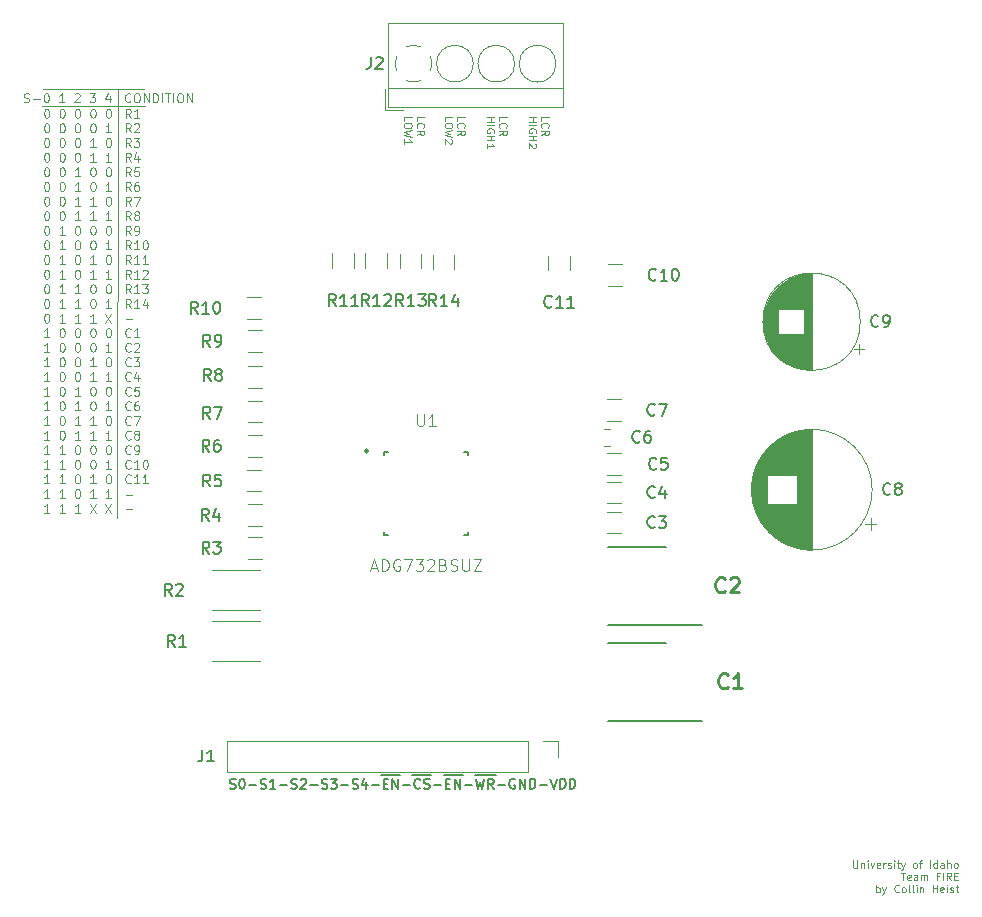
<source format=gbr>
G04 #@! TF.GenerationSoftware,KiCad,Pcbnew,(5.1.4-0-10_14)*
G04 #@! TF.CreationDate,2020-01-18T12:34:28-08:00*
G04 #@! TF.ProjectId,Board,426f6172-642e-46b6-9963-61645f706362,v1.0*
G04 #@! TF.SameCoordinates,Original*
G04 #@! TF.FileFunction,Legend,Top*
G04 #@! TF.FilePolarity,Positive*
%FSLAX46Y46*%
G04 Gerber Fmt 4.6, Leading zero omitted, Abs format (unit mm)*
G04 Created by KiCad (PCBNEW (5.1.4-0-10_14)) date 2020-01-18 12:34:28*
%MOMM*%
%LPD*%
G04 APERTURE LIST*
%ADD10C,0.101600*%
%ADD11C,0.150000*%
%ADD12C,0.095250*%
%ADD13C,0.120000*%
%ADD14C,0.076200*%
%ADD15C,0.200000*%
%ADD16C,0.127000*%
%ADD17C,0.152400*%
%ADD18C,0.254000*%
%ADD19C,0.050000*%
G04 APERTURE END LIST*
D10*
X76947788Y-39381611D02*
X76947788Y-39079230D01*
X77582788Y-39079230D01*
X77008264Y-39956135D02*
X76978026Y-39925897D01*
X76947788Y-39835182D01*
X76947788Y-39774706D01*
X76978026Y-39683992D01*
X77038502Y-39623516D01*
X77098978Y-39593278D01*
X77219930Y-39563040D01*
X77310645Y-39563040D01*
X77431597Y-39593278D01*
X77492073Y-39623516D01*
X77552550Y-39683992D01*
X77582788Y-39774706D01*
X77582788Y-39835182D01*
X77552550Y-39925897D01*
X77522311Y-39956135D01*
X76947788Y-40591135D02*
X77250169Y-40379468D01*
X76947788Y-40228278D02*
X77582788Y-40228278D01*
X77582788Y-40470182D01*
X77552550Y-40530659D01*
X77522311Y-40560897D01*
X77461835Y-40591135D01*
X77371121Y-40591135D01*
X77310645Y-40560897D01*
X77280407Y-40530659D01*
X77250169Y-40470182D01*
X77250169Y-40228278D01*
X75893688Y-39079230D02*
X76528688Y-39079230D01*
X76226307Y-39079230D02*
X76226307Y-39442087D01*
X75893688Y-39442087D02*
X76528688Y-39442087D01*
X75893688Y-39744468D02*
X76528688Y-39744468D01*
X76498450Y-40379468D02*
X76528688Y-40318992D01*
X76528688Y-40228278D01*
X76498450Y-40137563D01*
X76437973Y-40077087D01*
X76377497Y-40046849D01*
X76256545Y-40016611D01*
X76165830Y-40016611D01*
X76044878Y-40046849D01*
X75984402Y-40077087D01*
X75923926Y-40137563D01*
X75893688Y-40228278D01*
X75893688Y-40288754D01*
X75923926Y-40379468D01*
X75954164Y-40409706D01*
X76165830Y-40409706D01*
X76165830Y-40288754D01*
X75893688Y-40681849D02*
X76528688Y-40681849D01*
X76226307Y-40681849D02*
X76226307Y-41044706D01*
X75893688Y-41044706D02*
X76528688Y-41044706D01*
X76468211Y-41316849D02*
X76498450Y-41347087D01*
X76528688Y-41407563D01*
X76528688Y-41558754D01*
X76498450Y-41619230D01*
X76468211Y-41649468D01*
X76407735Y-41679706D01*
X76347259Y-41679706D01*
X76256545Y-41649468D01*
X75893688Y-41286611D01*
X75893688Y-41679706D01*
X73391788Y-39381611D02*
X73391788Y-39079230D01*
X74026788Y-39079230D01*
X73452264Y-39956135D02*
X73422026Y-39925897D01*
X73391788Y-39835182D01*
X73391788Y-39774706D01*
X73422026Y-39683992D01*
X73482502Y-39623516D01*
X73542978Y-39593278D01*
X73663930Y-39563040D01*
X73754645Y-39563040D01*
X73875597Y-39593278D01*
X73936073Y-39623516D01*
X73996550Y-39683992D01*
X74026788Y-39774706D01*
X74026788Y-39835182D01*
X73996550Y-39925897D01*
X73966311Y-39956135D01*
X73391788Y-40591135D02*
X73694169Y-40379468D01*
X73391788Y-40228278D02*
X74026788Y-40228278D01*
X74026788Y-40470182D01*
X73996550Y-40530659D01*
X73966311Y-40560897D01*
X73905835Y-40591135D01*
X73815121Y-40591135D01*
X73754645Y-40560897D01*
X73724407Y-40530659D01*
X73694169Y-40470182D01*
X73694169Y-40228278D01*
X72337688Y-39079230D02*
X72972688Y-39079230D01*
X72670307Y-39079230D02*
X72670307Y-39442087D01*
X72337688Y-39442087D02*
X72972688Y-39442087D01*
X72337688Y-39744468D02*
X72972688Y-39744468D01*
X72942450Y-40379468D02*
X72972688Y-40318992D01*
X72972688Y-40228278D01*
X72942450Y-40137563D01*
X72881973Y-40077087D01*
X72821497Y-40046849D01*
X72700545Y-40016611D01*
X72609830Y-40016611D01*
X72488878Y-40046849D01*
X72428402Y-40077087D01*
X72367926Y-40137563D01*
X72337688Y-40228278D01*
X72337688Y-40288754D01*
X72367926Y-40379468D01*
X72398164Y-40409706D01*
X72609830Y-40409706D01*
X72609830Y-40288754D01*
X72337688Y-40681849D02*
X72972688Y-40681849D01*
X72670307Y-40681849D02*
X72670307Y-41044706D01*
X72337688Y-41044706D02*
X72972688Y-41044706D01*
X72337688Y-41679706D02*
X72337688Y-41316849D01*
X72337688Y-41498278D02*
X72972688Y-41498278D01*
X72881973Y-41437801D01*
X72821497Y-41377325D01*
X72791259Y-41316849D01*
X69835788Y-39381611D02*
X69835788Y-39079230D01*
X70470788Y-39079230D01*
X69896264Y-39956135D02*
X69866026Y-39925897D01*
X69835788Y-39835182D01*
X69835788Y-39774706D01*
X69866026Y-39683992D01*
X69926502Y-39623516D01*
X69986978Y-39593278D01*
X70107930Y-39563040D01*
X70198645Y-39563040D01*
X70319597Y-39593278D01*
X70380073Y-39623516D01*
X70440550Y-39683992D01*
X70470788Y-39774706D01*
X70470788Y-39835182D01*
X70440550Y-39925897D01*
X70410311Y-39956135D01*
X69835788Y-40591135D02*
X70138169Y-40379468D01*
X69835788Y-40228278D02*
X70470788Y-40228278D01*
X70470788Y-40470182D01*
X70440550Y-40530659D01*
X70410311Y-40560897D01*
X70349835Y-40591135D01*
X70259121Y-40591135D01*
X70198645Y-40560897D01*
X70168407Y-40530659D01*
X70138169Y-40470182D01*
X70138169Y-40228278D01*
X68781688Y-39381611D02*
X68781688Y-39079230D01*
X69416688Y-39079230D01*
X69416688Y-39714230D02*
X69416688Y-39835182D01*
X69386450Y-39895659D01*
X69325973Y-39956135D01*
X69205021Y-39986373D01*
X68993354Y-39986373D01*
X68872402Y-39956135D01*
X68811926Y-39895659D01*
X68781688Y-39835182D01*
X68781688Y-39714230D01*
X68811926Y-39653754D01*
X68872402Y-39593278D01*
X68993354Y-39563040D01*
X69205021Y-39563040D01*
X69325973Y-39593278D01*
X69386450Y-39653754D01*
X69416688Y-39714230D01*
X69416688Y-40198040D02*
X68781688Y-40349230D01*
X69235259Y-40470182D01*
X68781688Y-40591135D01*
X69416688Y-40742325D01*
X69356211Y-40953992D02*
X69386450Y-40984230D01*
X69416688Y-41044706D01*
X69416688Y-41195897D01*
X69386450Y-41256373D01*
X69356211Y-41286611D01*
X69295735Y-41316849D01*
X69235259Y-41316849D01*
X69144545Y-41286611D01*
X68781688Y-40923754D01*
X68781688Y-41316849D01*
X66406788Y-39381611D02*
X66406788Y-39079230D01*
X67041788Y-39079230D01*
X66467264Y-39956135D02*
X66437026Y-39925897D01*
X66406788Y-39835182D01*
X66406788Y-39774706D01*
X66437026Y-39683992D01*
X66497502Y-39623516D01*
X66557978Y-39593278D01*
X66678930Y-39563040D01*
X66769645Y-39563040D01*
X66890597Y-39593278D01*
X66951073Y-39623516D01*
X67011550Y-39683992D01*
X67041788Y-39774706D01*
X67041788Y-39835182D01*
X67011550Y-39925897D01*
X66981311Y-39956135D01*
X66406788Y-40591135D02*
X66709169Y-40379468D01*
X66406788Y-40228278D02*
X67041788Y-40228278D01*
X67041788Y-40470182D01*
X67011550Y-40530659D01*
X66981311Y-40560897D01*
X66920835Y-40591135D01*
X66830121Y-40591135D01*
X66769645Y-40560897D01*
X66739407Y-40530659D01*
X66709169Y-40470182D01*
X66709169Y-40228278D01*
X65352688Y-39381611D02*
X65352688Y-39079230D01*
X65987688Y-39079230D01*
X65987688Y-39714230D02*
X65987688Y-39835182D01*
X65957450Y-39895659D01*
X65896973Y-39956135D01*
X65776021Y-39986373D01*
X65564354Y-39986373D01*
X65443402Y-39956135D01*
X65382926Y-39895659D01*
X65352688Y-39835182D01*
X65352688Y-39714230D01*
X65382926Y-39653754D01*
X65443402Y-39593278D01*
X65564354Y-39563040D01*
X65776021Y-39563040D01*
X65896973Y-39593278D01*
X65957450Y-39653754D01*
X65987688Y-39714230D01*
X65987688Y-40198040D02*
X65352688Y-40349230D01*
X65806259Y-40470182D01*
X65352688Y-40591135D01*
X65987688Y-40742325D01*
X65352688Y-41316849D02*
X65352688Y-40953992D01*
X65352688Y-41135420D02*
X65987688Y-41135420D01*
X65896973Y-41074944D01*
X65836497Y-41014468D01*
X65806259Y-40953992D01*
D11*
X50604057Y-95888930D02*
X50721985Y-95928240D01*
X50918533Y-95928240D01*
X50997152Y-95888930D01*
X51036461Y-95849621D01*
X51075771Y-95771002D01*
X51075771Y-95692383D01*
X51036461Y-95613764D01*
X50997152Y-95574454D01*
X50918533Y-95535145D01*
X50761295Y-95495835D01*
X50682676Y-95456526D01*
X50643366Y-95417216D01*
X50604057Y-95338597D01*
X50604057Y-95259978D01*
X50643366Y-95181359D01*
X50682676Y-95142050D01*
X50761295Y-95102740D01*
X50957842Y-95102740D01*
X51075771Y-95142050D01*
X51586795Y-95102740D02*
X51665414Y-95102740D01*
X51744033Y-95142050D01*
X51783342Y-95181359D01*
X51822652Y-95259978D01*
X51861961Y-95417216D01*
X51861961Y-95613764D01*
X51822652Y-95771002D01*
X51783342Y-95849621D01*
X51744033Y-95888930D01*
X51665414Y-95928240D01*
X51586795Y-95928240D01*
X51508176Y-95888930D01*
X51468866Y-95849621D01*
X51429557Y-95771002D01*
X51390247Y-95613764D01*
X51390247Y-95417216D01*
X51429557Y-95259978D01*
X51468866Y-95181359D01*
X51508176Y-95142050D01*
X51586795Y-95102740D01*
X52215747Y-95613764D02*
X52844700Y-95613764D01*
X53198485Y-95888930D02*
X53316414Y-95928240D01*
X53512961Y-95928240D01*
X53591580Y-95888930D01*
X53630890Y-95849621D01*
X53670200Y-95771002D01*
X53670200Y-95692383D01*
X53630890Y-95613764D01*
X53591580Y-95574454D01*
X53512961Y-95535145D01*
X53355723Y-95495835D01*
X53277104Y-95456526D01*
X53237795Y-95417216D01*
X53198485Y-95338597D01*
X53198485Y-95259978D01*
X53237795Y-95181359D01*
X53277104Y-95142050D01*
X53355723Y-95102740D01*
X53552271Y-95102740D01*
X53670200Y-95142050D01*
X54456390Y-95928240D02*
X53984676Y-95928240D01*
X54220533Y-95928240D02*
X54220533Y-95102740D01*
X54141914Y-95220669D01*
X54063295Y-95299288D01*
X53984676Y-95338597D01*
X54810176Y-95613764D02*
X55439128Y-95613764D01*
X55792914Y-95888930D02*
X55910842Y-95928240D01*
X56107390Y-95928240D01*
X56186009Y-95888930D01*
X56225319Y-95849621D01*
X56264628Y-95771002D01*
X56264628Y-95692383D01*
X56225319Y-95613764D01*
X56186009Y-95574454D01*
X56107390Y-95535145D01*
X55950152Y-95495835D01*
X55871533Y-95456526D01*
X55832223Y-95417216D01*
X55792914Y-95338597D01*
X55792914Y-95259978D01*
X55832223Y-95181359D01*
X55871533Y-95142050D01*
X55950152Y-95102740D01*
X56146700Y-95102740D01*
X56264628Y-95142050D01*
X56579104Y-95181359D02*
X56618414Y-95142050D01*
X56697033Y-95102740D01*
X56893580Y-95102740D01*
X56972200Y-95142050D01*
X57011509Y-95181359D01*
X57050819Y-95259978D01*
X57050819Y-95338597D01*
X57011509Y-95456526D01*
X56539795Y-95928240D01*
X57050819Y-95928240D01*
X57404604Y-95613764D02*
X58033557Y-95613764D01*
X58387342Y-95888930D02*
X58505271Y-95928240D01*
X58701819Y-95928240D01*
X58780438Y-95888930D01*
X58819747Y-95849621D01*
X58859057Y-95771002D01*
X58859057Y-95692383D01*
X58819747Y-95613764D01*
X58780438Y-95574454D01*
X58701819Y-95535145D01*
X58544580Y-95495835D01*
X58465961Y-95456526D01*
X58426652Y-95417216D01*
X58387342Y-95338597D01*
X58387342Y-95259978D01*
X58426652Y-95181359D01*
X58465961Y-95142050D01*
X58544580Y-95102740D01*
X58741128Y-95102740D01*
X58859057Y-95142050D01*
X59134223Y-95102740D02*
X59645247Y-95102740D01*
X59370080Y-95417216D01*
X59488009Y-95417216D01*
X59566628Y-95456526D01*
X59605938Y-95495835D01*
X59645247Y-95574454D01*
X59645247Y-95771002D01*
X59605938Y-95849621D01*
X59566628Y-95888930D01*
X59488009Y-95928240D01*
X59252152Y-95928240D01*
X59173533Y-95888930D01*
X59134223Y-95849621D01*
X59999033Y-95613764D02*
X60627985Y-95613764D01*
X60981771Y-95888930D02*
X61099700Y-95928240D01*
X61296247Y-95928240D01*
X61374866Y-95888930D01*
X61414176Y-95849621D01*
X61453485Y-95771002D01*
X61453485Y-95692383D01*
X61414176Y-95613764D01*
X61374866Y-95574454D01*
X61296247Y-95535145D01*
X61139009Y-95495835D01*
X61060390Y-95456526D01*
X61021080Y-95417216D01*
X60981771Y-95338597D01*
X60981771Y-95259978D01*
X61021080Y-95181359D01*
X61060390Y-95142050D01*
X61139009Y-95102740D01*
X61335557Y-95102740D01*
X61453485Y-95142050D01*
X62161057Y-95377907D02*
X62161057Y-95928240D01*
X61964509Y-95063430D02*
X61767961Y-95653073D01*
X62278985Y-95653073D01*
X62593461Y-95613764D02*
X63222414Y-95613764D01*
X63418961Y-94765440D02*
X64165842Y-94765440D01*
X63615509Y-95495835D02*
X63890676Y-95495835D01*
X64008604Y-95928240D02*
X63615509Y-95928240D01*
X63615509Y-95102740D01*
X64008604Y-95102740D01*
X64165842Y-94765440D02*
X65030652Y-94765440D01*
X64362390Y-95928240D02*
X64362390Y-95102740D01*
X64834104Y-95928240D01*
X64834104Y-95102740D01*
X65227200Y-95613764D02*
X65856152Y-95613764D01*
X66052700Y-94765440D02*
X66878200Y-94765440D01*
X66720961Y-95849621D02*
X66681652Y-95888930D01*
X66563723Y-95928240D01*
X66485104Y-95928240D01*
X66367176Y-95888930D01*
X66288557Y-95810311D01*
X66249247Y-95731692D01*
X66209938Y-95574454D01*
X66209938Y-95456526D01*
X66249247Y-95299288D01*
X66288557Y-95220669D01*
X66367176Y-95142050D01*
X66485104Y-95102740D01*
X66563723Y-95102740D01*
X66681652Y-95142050D01*
X66720961Y-95181359D01*
X66878200Y-94765440D02*
X67664390Y-94765440D01*
X67035438Y-95888930D02*
X67153366Y-95928240D01*
X67349914Y-95928240D01*
X67428533Y-95888930D01*
X67467842Y-95849621D01*
X67507152Y-95771002D01*
X67507152Y-95692383D01*
X67467842Y-95613764D01*
X67428533Y-95574454D01*
X67349914Y-95535145D01*
X67192676Y-95495835D01*
X67114057Y-95456526D01*
X67074747Y-95417216D01*
X67035438Y-95338597D01*
X67035438Y-95259978D01*
X67074747Y-95181359D01*
X67114057Y-95142050D01*
X67192676Y-95102740D01*
X67389223Y-95102740D01*
X67507152Y-95142050D01*
X67860938Y-95613764D02*
X68489890Y-95613764D01*
X68686438Y-94765440D02*
X69433319Y-94765440D01*
X68882985Y-95495835D02*
X69158152Y-95495835D01*
X69276080Y-95928240D02*
X68882985Y-95928240D01*
X68882985Y-95102740D01*
X69276080Y-95102740D01*
X69433319Y-94765440D02*
X70298128Y-94765440D01*
X69629866Y-95928240D02*
X69629866Y-95102740D01*
X70101580Y-95928240D01*
X70101580Y-95102740D01*
X70494676Y-95613764D02*
X71123628Y-95613764D01*
X71320176Y-94765440D02*
X72263604Y-94765440D01*
X71438104Y-95102740D02*
X71634652Y-95928240D01*
X71791890Y-95338597D01*
X71949128Y-95928240D01*
X72145676Y-95102740D01*
X72263604Y-94765440D02*
X73089104Y-94765440D01*
X72931866Y-95928240D02*
X72656700Y-95535145D01*
X72460152Y-95928240D02*
X72460152Y-95102740D01*
X72774628Y-95102740D01*
X72853247Y-95142050D01*
X72892557Y-95181359D01*
X72931866Y-95259978D01*
X72931866Y-95377907D01*
X72892557Y-95456526D01*
X72853247Y-95495835D01*
X72774628Y-95535145D01*
X72460152Y-95535145D01*
X73285652Y-95613764D02*
X73914604Y-95613764D01*
X74740104Y-95142050D02*
X74661485Y-95102740D01*
X74543557Y-95102740D01*
X74425628Y-95142050D01*
X74347009Y-95220669D01*
X74307700Y-95299288D01*
X74268390Y-95456526D01*
X74268390Y-95574454D01*
X74307700Y-95731692D01*
X74347009Y-95810311D01*
X74425628Y-95888930D01*
X74543557Y-95928240D01*
X74622176Y-95928240D01*
X74740104Y-95888930D01*
X74779414Y-95849621D01*
X74779414Y-95574454D01*
X74622176Y-95574454D01*
X75133200Y-95928240D02*
X75133200Y-95102740D01*
X75604914Y-95928240D01*
X75604914Y-95102740D01*
X75998009Y-95928240D02*
X75998009Y-95102740D01*
X76194557Y-95102740D01*
X76312485Y-95142050D01*
X76391104Y-95220669D01*
X76430414Y-95299288D01*
X76469723Y-95456526D01*
X76469723Y-95574454D01*
X76430414Y-95731692D01*
X76391104Y-95810311D01*
X76312485Y-95888930D01*
X76194557Y-95928240D01*
X75998009Y-95928240D01*
X76823509Y-95613764D02*
X77452461Y-95613764D01*
X77727628Y-95102740D02*
X78002795Y-95928240D01*
X78277961Y-95102740D01*
X78553128Y-95928240D02*
X78553128Y-95102740D01*
X78749676Y-95102740D01*
X78867604Y-95142050D01*
X78946223Y-95220669D01*
X78985533Y-95299288D01*
X79024842Y-95456526D01*
X79024842Y-95574454D01*
X78985533Y-95731692D01*
X78946223Y-95810311D01*
X78867604Y-95888930D01*
X78749676Y-95928240D01*
X78553128Y-95928240D01*
X79378628Y-95928240D02*
X79378628Y-95102740D01*
X79575176Y-95102740D01*
X79693104Y-95142050D01*
X79771723Y-95220669D01*
X79811033Y-95299288D01*
X79850342Y-95456526D01*
X79850342Y-95574454D01*
X79811033Y-95731692D01*
X79771723Y-95810311D01*
X79693104Y-95888930D01*
X79575176Y-95928240D01*
X79378628Y-95928240D01*
D12*
X42207769Y-39127339D02*
X41953769Y-38764482D01*
X41772341Y-39127339D02*
X41772341Y-38365339D01*
X42062626Y-38365339D01*
X42135198Y-38401625D01*
X42171483Y-38437910D01*
X42207769Y-38510482D01*
X42207769Y-38619339D01*
X42171483Y-38691910D01*
X42135198Y-38728196D01*
X42062626Y-38764482D01*
X41772341Y-38764482D01*
X42933483Y-39127339D02*
X42498055Y-39127339D01*
X42715769Y-39127339D02*
X42715769Y-38365339D01*
X42643198Y-38474196D01*
X42570626Y-38546767D01*
X42498055Y-38583053D01*
X42207769Y-40365589D02*
X41953769Y-40002732D01*
X41772341Y-40365589D02*
X41772341Y-39603589D01*
X42062626Y-39603589D01*
X42135198Y-39639875D01*
X42171483Y-39676160D01*
X42207769Y-39748732D01*
X42207769Y-39857589D01*
X42171483Y-39930160D01*
X42135198Y-39966446D01*
X42062626Y-40002732D01*
X41772341Y-40002732D01*
X42498055Y-39676160D02*
X42534341Y-39639875D01*
X42606912Y-39603589D01*
X42788341Y-39603589D01*
X42860912Y-39639875D01*
X42897198Y-39676160D01*
X42933483Y-39748732D01*
X42933483Y-39821303D01*
X42897198Y-39930160D01*
X42461769Y-40365589D01*
X42933483Y-40365589D01*
X42207769Y-41603839D02*
X41953769Y-41240982D01*
X41772341Y-41603839D02*
X41772341Y-40841839D01*
X42062626Y-40841839D01*
X42135198Y-40878125D01*
X42171483Y-40914410D01*
X42207769Y-40986982D01*
X42207769Y-41095839D01*
X42171483Y-41168410D01*
X42135198Y-41204696D01*
X42062626Y-41240982D01*
X41772341Y-41240982D01*
X42461769Y-40841839D02*
X42933483Y-40841839D01*
X42679483Y-41132125D01*
X42788341Y-41132125D01*
X42860912Y-41168410D01*
X42897198Y-41204696D01*
X42933483Y-41277267D01*
X42933483Y-41458696D01*
X42897198Y-41531267D01*
X42860912Y-41567553D01*
X42788341Y-41603839D01*
X42570626Y-41603839D01*
X42498055Y-41567553D01*
X42461769Y-41531267D01*
X42207769Y-42842089D02*
X41953769Y-42479232D01*
X41772341Y-42842089D02*
X41772341Y-42080089D01*
X42062626Y-42080089D01*
X42135198Y-42116375D01*
X42171483Y-42152660D01*
X42207769Y-42225232D01*
X42207769Y-42334089D01*
X42171483Y-42406660D01*
X42135198Y-42442946D01*
X42062626Y-42479232D01*
X41772341Y-42479232D01*
X42860912Y-42334089D02*
X42860912Y-42842089D01*
X42679483Y-42043803D02*
X42498055Y-42588089D01*
X42969769Y-42588089D01*
X42207769Y-44080339D02*
X41953769Y-43717482D01*
X41772341Y-44080339D02*
X41772341Y-43318339D01*
X42062626Y-43318339D01*
X42135198Y-43354625D01*
X42171483Y-43390910D01*
X42207769Y-43463482D01*
X42207769Y-43572339D01*
X42171483Y-43644910D01*
X42135198Y-43681196D01*
X42062626Y-43717482D01*
X41772341Y-43717482D01*
X42897198Y-43318339D02*
X42534341Y-43318339D01*
X42498055Y-43681196D01*
X42534341Y-43644910D01*
X42606912Y-43608625D01*
X42788341Y-43608625D01*
X42860912Y-43644910D01*
X42897198Y-43681196D01*
X42933483Y-43753767D01*
X42933483Y-43935196D01*
X42897198Y-44007767D01*
X42860912Y-44044053D01*
X42788341Y-44080339D01*
X42606912Y-44080339D01*
X42534341Y-44044053D01*
X42498055Y-44007767D01*
X42207769Y-45318589D02*
X41953769Y-44955732D01*
X41772341Y-45318589D02*
X41772341Y-44556589D01*
X42062626Y-44556589D01*
X42135198Y-44592875D01*
X42171483Y-44629160D01*
X42207769Y-44701732D01*
X42207769Y-44810589D01*
X42171483Y-44883160D01*
X42135198Y-44919446D01*
X42062626Y-44955732D01*
X41772341Y-44955732D01*
X42860912Y-44556589D02*
X42715769Y-44556589D01*
X42643198Y-44592875D01*
X42606912Y-44629160D01*
X42534341Y-44738017D01*
X42498055Y-44883160D01*
X42498055Y-45173446D01*
X42534341Y-45246017D01*
X42570626Y-45282303D01*
X42643198Y-45318589D01*
X42788341Y-45318589D01*
X42860912Y-45282303D01*
X42897198Y-45246017D01*
X42933483Y-45173446D01*
X42933483Y-44992017D01*
X42897198Y-44919446D01*
X42860912Y-44883160D01*
X42788341Y-44846875D01*
X42643198Y-44846875D01*
X42570626Y-44883160D01*
X42534341Y-44919446D01*
X42498055Y-44992017D01*
X42207769Y-46556839D02*
X41953769Y-46193982D01*
X41772341Y-46556839D02*
X41772341Y-45794839D01*
X42062626Y-45794839D01*
X42135198Y-45831125D01*
X42171483Y-45867410D01*
X42207769Y-45939982D01*
X42207769Y-46048839D01*
X42171483Y-46121410D01*
X42135198Y-46157696D01*
X42062626Y-46193982D01*
X41772341Y-46193982D01*
X42461769Y-45794839D02*
X42969769Y-45794839D01*
X42643198Y-46556839D01*
X42207769Y-47795089D02*
X41953769Y-47432232D01*
X41772341Y-47795089D02*
X41772341Y-47033089D01*
X42062626Y-47033089D01*
X42135198Y-47069375D01*
X42171483Y-47105660D01*
X42207769Y-47178232D01*
X42207769Y-47287089D01*
X42171483Y-47359660D01*
X42135198Y-47395946D01*
X42062626Y-47432232D01*
X41772341Y-47432232D01*
X42643198Y-47359660D02*
X42570626Y-47323375D01*
X42534341Y-47287089D01*
X42498055Y-47214517D01*
X42498055Y-47178232D01*
X42534341Y-47105660D01*
X42570626Y-47069375D01*
X42643198Y-47033089D01*
X42788341Y-47033089D01*
X42860912Y-47069375D01*
X42897198Y-47105660D01*
X42933483Y-47178232D01*
X42933483Y-47214517D01*
X42897198Y-47287089D01*
X42860912Y-47323375D01*
X42788341Y-47359660D01*
X42643198Y-47359660D01*
X42570626Y-47395946D01*
X42534341Y-47432232D01*
X42498055Y-47504803D01*
X42498055Y-47649946D01*
X42534341Y-47722517D01*
X42570626Y-47758803D01*
X42643198Y-47795089D01*
X42788341Y-47795089D01*
X42860912Y-47758803D01*
X42897198Y-47722517D01*
X42933483Y-47649946D01*
X42933483Y-47504803D01*
X42897198Y-47432232D01*
X42860912Y-47395946D01*
X42788341Y-47359660D01*
X42207769Y-49033339D02*
X41953769Y-48670482D01*
X41772341Y-49033339D02*
X41772341Y-48271339D01*
X42062626Y-48271339D01*
X42135198Y-48307625D01*
X42171483Y-48343910D01*
X42207769Y-48416482D01*
X42207769Y-48525339D01*
X42171483Y-48597910D01*
X42135198Y-48634196D01*
X42062626Y-48670482D01*
X41772341Y-48670482D01*
X42570626Y-49033339D02*
X42715769Y-49033339D01*
X42788341Y-48997053D01*
X42824626Y-48960767D01*
X42897198Y-48851910D01*
X42933483Y-48706767D01*
X42933483Y-48416482D01*
X42897198Y-48343910D01*
X42860912Y-48307625D01*
X42788341Y-48271339D01*
X42643198Y-48271339D01*
X42570626Y-48307625D01*
X42534341Y-48343910D01*
X42498055Y-48416482D01*
X42498055Y-48597910D01*
X42534341Y-48670482D01*
X42570626Y-48706767D01*
X42643198Y-48743053D01*
X42788341Y-48743053D01*
X42860912Y-48706767D01*
X42897198Y-48670482D01*
X42933483Y-48597910D01*
X42207769Y-50271589D02*
X41953769Y-49908732D01*
X41772341Y-50271589D02*
X41772341Y-49509589D01*
X42062626Y-49509589D01*
X42135198Y-49545875D01*
X42171483Y-49582160D01*
X42207769Y-49654732D01*
X42207769Y-49763589D01*
X42171483Y-49836160D01*
X42135198Y-49872446D01*
X42062626Y-49908732D01*
X41772341Y-49908732D01*
X42933483Y-50271589D02*
X42498055Y-50271589D01*
X42715769Y-50271589D02*
X42715769Y-49509589D01*
X42643198Y-49618446D01*
X42570626Y-49691017D01*
X42498055Y-49727303D01*
X43405198Y-49509589D02*
X43477769Y-49509589D01*
X43550341Y-49545875D01*
X43586626Y-49582160D01*
X43622912Y-49654732D01*
X43659198Y-49799875D01*
X43659198Y-49981303D01*
X43622912Y-50126446D01*
X43586626Y-50199017D01*
X43550341Y-50235303D01*
X43477769Y-50271589D01*
X43405198Y-50271589D01*
X43332626Y-50235303D01*
X43296341Y-50199017D01*
X43260055Y-50126446D01*
X43223769Y-49981303D01*
X43223769Y-49799875D01*
X43260055Y-49654732D01*
X43296341Y-49582160D01*
X43332626Y-49545875D01*
X43405198Y-49509589D01*
X42207769Y-51509839D02*
X41953769Y-51146982D01*
X41772341Y-51509839D02*
X41772341Y-50747839D01*
X42062626Y-50747839D01*
X42135198Y-50784125D01*
X42171483Y-50820410D01*
X42207769Y-50892982D01*
X42207769Y-51001839D01*
X42171483Y-51074410D01*
X42135198Y-51110696D01*
X42062626Y-51146982D01*
X41772341Y-51146982D01*
X42933483Y-51509839D02*
X42498055Y-51509839D01*
X42715769Y-51509839D02*
X42715769Y-50747839D01*
X42643198Y-50856696D01*
X42570626Y-50929267D01*
X42498055Y-50965553D01*
X43659198Y-51509839D02*
X43223769Y-51509839D01*
X43441483Y-51509839D02*
X43441483Y-50747839D01*
X43368912Y-50856696D01*
X43296341Y-50929267D01*
X43223769Y-50965553D01*
X42207769Y-52748089D02*
X41953769Y-52385232D01*
X41772341Y-52748089D02*
X41772341Y-51986089D01*
X42062626Y-51986089D01*
X42135198Y-52022375D01*
X42171483Y-52058660D01*
X42207769Y-52131232D01*
X42207769Y-52240089D01*
X42171483Y-52312660D01*
X42135198Y-52348946D01*
X42062626Y-52385232D01*
X41772341Y-52385232D01*
X42933483Y-52748089D02*
X42498055Y-52748089D01*
X42715769Y-52748089D02*
X42715769Y-51986089D01*
X42643198Y-52094946D01*
X42570626Y-52167517D01*
X42498055Y-52203803D01*
X43223769Y-52058660D02*
X43260055Y-52022375D01*
X43332626Y-51986089D01*
X43514055Y-51986089D01*
X43586626Y-52022375D01*
X43622912Y-52058660D01*
X43659198Y-52131232D01*
X43659198Y-52203803D01*
X43622912Y-52312660D01*
X43187483Y-52748089D01*
X43659198Y-52748089D01*
X42207769Y-53986339D02*
X41953769Y-53623482D01*
X41772341Y-53986339D02*
X41772341Y-53224339D01*
X42062626Y-53224339D01*
X42135198Y-53260625D01*
X42171483Y-53296910D01*
X42207769Y-53369482D01*
X42207769Y-53478339D01*
X42171483Y-53550910D01*
X42135198Y-53587196D01*
X42062626Y-53623482D01*
X41772341Y-53623482D01*
X42933483Y-53986339D02*
X42498055Y-53986339D01*
X42715769Y-53986339D02*
X42715769Y-53224339D01*
X42643198Y-53333196D01*
X42570626Y-53405767D01*
X42498055Y-53442053D01*
X43187483Y-53224339D02*
X43659198Y-53224339D01*
X43405198Y-53514625D01*
X43514055Y-53514625D01*
X43586626Y-53550910D01*
X43622912Y-53587196D01*
X43659198Y-53659767D01*
X43659198Y-53841196D01*
X43622912Y-53913767D01*
X43586626Y-53950053D01*
X43514055Y-53986339D01*
X43296341Y-53986339D01*
X43223769Y-53950053D01*
X43187483Y-53913767D01*
X42207769Y-55224589D02*
X41953769Y-54861732D01*
X41772341Y-55224589D02*
X41772341Y-54462589D01*
X42062626Y-54462589D01*
X42135198Y-54498875D01*
X42171483Y-54535160D01*
X42207769Y-54607732D01*
X42207769Y-54716589D01*
X42171483Y-54789160D01*
X42135198Y-54825446D01*
X42062626Y-54861732D01*
X41772341Y-54861732D01*
X42933483Y-55224589D02*
X42498055Y-55224589D01*
X42715769Y-55224589D02*
X42715769Y-54462589D01*
X42643198Y-54571446D01*
X42570626Y-54644017D01*
X42498055Y-54680303D01*
X43586626Y-54716589D02*
X43586626Y-55224589D01*
X43405198Y-54426303D02*
X43223769Y-54970589D01*
X43695483Y-54970589D01*
X41772341Y-56172553D02*
X42352912Y-56172553D01*
X42207769Y-57628517D02*
X42171483Y-57664803D01*
X42062626Y-57701089D01*
X41990055Y-57701089D01*
X41881198Y-57664803D01*
X41808626Y-57592232D01*
X41772341Y-57519660D01*
X41736055Y-57374517D01*
X41736055Y-57265660D01*
X41772341Y-57120517D01*
X41808626Y-57047946D01*
X41881198Y-56975375D01*
X41990055Y-56939089D01*
X42062626Y-56939089D01*
X42171483Y-56975375D01*
X42207769Y-57011660D01*
X42933483Y-57701089D02*
X42498055Y-57701089D01*
X42715769Y-57701089D02*
X42715769Y-56939089D01*
X42643198Y-57047946D01*
X42570626Y-57120517D01*
X42498055Y-57156803D01*
X42207769Y-58866767D02*
X42171483Y-58903053D01*
X42062626Y-58939339D01*
X41990055Y-58939339D01*
X41881198Y-58903053D01*
X41808626Y-58830482D01*
X41772341Y-58757910D01*
X41736055Y-58612767D01*
X41736055Y-58503910D01*
X41772341Y-58358767D01*
X41808626Y-58286196D01*
X41881198Y-58213625D01*
X41990055Y-58177339D01*
X42062626Y-58177339D01*
X42171483Y-58213625D01*
X42207769Y-58249910D01*
X42498055Y-58249910D02*
X42534341Y-58213625D01*
X42606912Y-58177339D01*
X42788341Y-58177339D01*
X42860912Y-58213625D01*
X42897198Y-58249910D01*
X42933483Y-58322482D01*
X42933483Y-58395053D01*
X42897198Y-58503910D01*
X42461769Y-58939339D01*
X42933483Y-58939339D01*
X42207769Y-60105017D02*
X42171483Y-60141303D01*
X42062626Y-60177589D01*
X41990055Y-60177589D01*
X41881198Y-60141303D01*
X41808626Y-60068732D01*
X41772341Y-59996160D01*
X41736055Y-59851017D01*
X41736055Y-59742160D01*
X41772341Y-59597017D01*
X41808626Y-59524446D01*
X41881198Y-59451875D01*
X41990055Y-59415589D01*
X42062626Y-59415589D01*
X42171483Y-59451875D01*
X42207769Y-59488160D01*
X42461769Y-59415589D02*
X42933483Y-59415589D01*
X42679483Y-59705875D01*
X42788341Y-59705875D01*
X42860912Y-59742160D01*
X42897198Y-59778446D01*
X42933483Y-59851017D01*
X42933483Y-60032446D01*
X42897198Y-60105017D01*
X42860912Y-60141303D01*
X42788341Y-60177589D01*
X42570626Y-60177589D01*
X42498055Y-60141303D01*
X42461769Y-60105017D01*
X42207769Y-61343267D02*
X42171483Y-61379553D01*
X42062626Y-61415839D01*
X41990055Y-61415839D01*
X41881198Y-61379553D01*
X41808626Y-61306982D01*
X41772341Y-61234410D01*
X41736055Y-61089267D01*
X41736055Y-60980410D01*
X41772341Y-60835267D01*
X41808626Y-60762696D01*
X41881198Y-60690125D01*
X41990055Y-60653839D01*
X42062626Y-60653839D01*
X42171483Y-60690125D01*
X42207769Y-60726410D01*
X42860912Y-60907839D02*
X42860912Y-61415839D01*
X42679483Y-60617553D02*
X42498055Y-61161839D01*
X42969769Y-61161839D01*
X42207769Y-62581517D02*
X42171483Y-62617803D01*
X42062626Y-62654089D01*
X41990055Y-62654089D01*
X41881198Y-62617803D01*
X41808626Y-62545232D01*
X41772341Y-62472660D01*
X41736055Y-62327517D01*
X41736055Y-62218660D01*
X41772341Y-62073517D01*
X41808626Y-62000946D01*
X41881198Y-61928375D01*
X41990055Y-61892089D01*
X42062626Y-61892089D01*
X42171483Y-61928375D01*
X42207769Y-61964660D01*
X42897198Y-61892089D02*
X42534341Y-61892089D01*
X42498055Y-62254946D01*
X42534341Y-62218660D01*
X42606912Y-62182375D01*
X42788341Y-62182375D01*
X42860912Y-62218660D01*
X42897198Y-62254946D01*
X42933483Y-62327517D01*
X42933483Y-62508946D01*
X42897198Y-62581517D01*
X42860912Y-62617803D01*
X42788341Y-62654089D01*
X42606912Y-62654089D01*
X42534341Y-62617803D01*
X42498055Y-62581517D01*
X42207769Y-63819767D02*
X42171483Y-63856053D01*
X42062626Y-63892339D01*
X41990055Y-63892339D01*
X41881198Y-63856053D01*
X41808626Y-63783482D01*
X41772341Y-63710910D01*
X41736055Y-63565767D01*
X41736055Y-63456910D01*
X41772341Y-63311767D01*
X41808626Y-63239196D01*
X41881198Y-63166625D01*
X41990055Y-63130339D01*
X42062626Y-63130339D01*
X42171483Y-63166625D01*
X42207769Y-63202910D01*
X42860912Y-63130339D02*
X42715769Y-63130339D01*
X42643198Y-63166625D01*
X42606912Y-63202910D01*
X42534341Y-63311767D01*
X42498055Y-63456910D01*
X42498055Y-63747196D01*
X42534341Y-63819767D01*
X42570626Y-63856053D01*
X42643198Y-63892339D01*
X42788341Y-63892339D01*
X42860912Y-63856053D01*
X42897198Y-63819767D01*
X42933483Y-63747196D01*
X42933483Y-63565767D01*
X42897198Y-63493196D01*
X42860912Y-63456910D01*
X42788341Y-63420625D01*
X42643198Y-63420625D01*
X42570626Y-63456910D01*
X42534341Y-63493196D01*
X42498055Y-63565767D01*
X42207769Y-65058017D02*
X42171483Y-65094303D01*
X42062626Y-65130589D01*
X41990055Y-65130589D01*
X41881198Y-65094303D01*
X41808626Y-65021732D01*
X41772341Y-64949160D01*
X41736055Y-64804017D01*
X41736055Y-64695160D01*
X41772341Y-64550017D01*
X41808626Y-64477446D01*
X41881198Y-64404875D01*
X41990055Y-64368589D01*
X42062626Y-64368589D01*
X42171483Y-64404875D01*
X42207769Y-64441160D01*
X42461769Y-64368589D02*
X42969769Y-64368589D01*
X42643198Y-65130589D01*
X42207769Y-66296267D02*
X42171483Y-66332553D01*
X42062626Y-66368839D01*
X41990055Y-66368839D01*
X41881198Y-66332553D01*
X41808626Y-66259982D01*
X41772341Y-66187410D01*
X41736055Y-66042267D01*
X41736055Y-65933410D01*
X41772341Y-65788267D01*
X41808626Y-65715696D01*
X41881198Y-65643125D01*
X41990055Y-65606839D01*
X42062626Y-65606839D01*
X42171483Y-65643125D01*
X42207769Y-65679410D01*
X42643198Y-65933410D02*
X42570626Y-65897125D01*
X42534341Y-65860839D01*
X42498055Y-65788267D01*
X42498055Y-65751982D01*
X42534341Y-65679410D01*
X42570626Y-65643125D01*
X42643198Y-65606839D01*
X42788341Y-65606839D01*
X42860912Y-65643125D01*
X42897198Y-65679410D01*
X42933483Y-65751982D01*
X42933483Y-65788267D01*
X42897198Y-65860839D01*
X42860912Y-65897125D01*
X42788341Y-65933410D01*
X42643198Y-65933410D01*
X42570626Y-65969696D01*
X42534341Y-66005982D01*
X42498055Y-66078553D01*
X42498055Y-66223696D01*
X42534341Y-66296267D01*
X42570626Y-66332553D01*
X42643198Y-66368839D01*
X42788341Y-66368839D01*
X42860912Y-66332553D01*
X42897198Y-66296267D01*
X42933483Y-66223696D01*
X42933483Y-66078553D01*
X42897198Y-66005982D01*
X42860912Y-65969696D01*
X42788341Y-65933410D01*
X42207769Y-67534517D02*
X42171483Y-67570803D01*
X42062626Y-67607089D01*
X41990055Y-67607089D01*
X41881198Y-67570803D01*
X41808626Y-67498232D01*
X41772341Y-67425660D01*
X41736055Y-67280517D01*
X41736055Y-67171660D01*
X41772341Y-67026517D01*
X41808626Y-66953946D01*
X41881198Y-66881375D01*
X41990055Y-66845089D01*
X42062626Y-66845089D01*
X42171483Y-66881375D01*
X42207769Y-66917660D01*
X42570626Y-67607089D02*
X42715769Y-67607089D01*
X42788341Y-67570803D01*
X42824626Y-67534517D01*
X42897198Y-67425660D01*
X42933483Y-67280517D01*
X42933483Y-66990232D01*
X42897198Y-66917660D01*
X42860912Y-66881375D01*
X42788341Y-66845089D01*
X42643198Y-66845089D01*
X42570626Y-66881375D01*
X42534341Y-66917660D01*
X42498055Y-66990232D01*
X42498055Y-67171660D01*
X42534341Y-67244232D01*
X42570626Y-67280517D01*
X42643198Y-67316803D01*
X42788341Y-67316803D01*
X42860912Y-67280517D01*
X42897198Y-67244232D01*
X42933483Y-67171660D01*
X42207769Y-68772767D02*
X42171483Y-68809053D01*
X42062626Y-68845339D01*
X41990055Y-68845339D01*
X41881198Y-68809053D01*
X41808626Y-68736482D01*
X41772341Y-68663910D01*
X41736055Y-68518767D01*
X41736055Y-68409910D01*
X41772341Y-68264767D01*
X41808626Y-68192196D01*
X41881198Y-68119625D01*
X41990055Y-68083339D01*
X42062626Y-68083339D01*
X42171483Y-68119625D01*
X42207769Y-68155910D01*
X42933483Y-68845339D02*
X42498055Y-68845339D01*
X42715769Y-68845339D02*
X42715769Y-68083339D01*
X42643198Y-68192196D01*
X42570626Y-68264767D01*
X42498055Y-68301053D01*
X43405198Y-68083339D02*
X43477769Y-68083339D01*
X43550341Y-68119625D01*
X43586626Y-68155910D01*
X43622912Y-68228482D01*
X43659198Y-68373625D01*
X43659198Y-68555053D01*
X43622912Y-68700196D01*
X43586626Y-68772767D01*
X43550341Y-68809053D01*
X43477769Y-68845339D01*
X43405198Y-68845339D01*
X43332626Y-68809053D01*
X43296341Y-68772767D01*
X43260055Y-68700196D01*
X43223769Y-68555053D01*
X43223769Y-68373625D01*
X43260055Y-68228482D01*
X43296341Y-68155910D01*
X43332626Y-68119625D01*
X43405198Y-68083339D01*
X42207769Y-70011017D02*
X42171483Y-70047303D01*
X42062626Y-70083589D01*
X41990055Y-70083589D01*
X41881198Y-70047303D01*
X41808626Y-69974732D01*
X41772341Y-69902160D01*
X41736055Y-69757017D01*
X41736055Y-69648160D01*
X41772341Y-69503017D01*
X41808626Y-69430446D01*
X41881198Y-69357875D01*
X41990055Y-69321589D01*
X42062626Y-69321589D01*
X42171483Y-69357875D01*
X42207769Y-69394160D01*
X42933483Y-70083589D02*
X42498055Y-70083589D01*
X42715769Y-70083589D02*
X42715769Y-69321589D01*
X42643198Y-69430446D01*
X42570626Y-69503017D01*
X42498055Y-69539303D01*
X43659198Y-70083589D02*
X43223769Y-70083589D01*
X43441483Y-70083589D02*
X43441483Y-69321589D01*
X43368912Y-69430446D01*
X43296341Y-69503017D01*
X43223769Y-69539303D01*
X41772341Y-71031553D02*
X42352912Y-71031553D01*
X41772341Y-72269803D02*
X42352912Y-72269803D01*
X42182142Y-37737142D02*
X42145857Y-37773428D01*
X42037000Y-37809714D01*
X41964428Y-37809714D01*
X41855571Y-37773428D01*
X41783000Y-37700857D01*
X41746714Y-37628285D01*
X41710428Y-37483142D01*
X41710428Y-37374285D01*
X41746714Y-37229142D01*
X41783000Y-37156571D01*
X41855571Y-37084000D01*
X41964428Y-37047714D01*
X42037000Y-37047714D01*
X42145857Y-37084000D01*
X42182142Y-37120285D01*
X42653857Y-37047714D02*
X42799000Y-37047714D01*
X42871571Y-37084000D01*
X42944142Y-37156571D01*
X42980428Y-37301714D01*
X42980428Y-37555714D01*
X42944142Y-37700857D01*
X42871571Y-37773428D01*
X42799000Y-37809714D01*
X42653857Y-37809714D01*
X42581285Y-37773428D01*
X42508714Y-37700857D01*
X42472428Y-37555714D01*
X42472428Y-37301714D01*
X42508714Y-37156571D01*
X42581285Y-37084000D01*
X42653857Y-37047714D01*
X43307000Y-37809714D02*
X43307000Y-37047714D01*
X43742428Y-37809714D01*
X43742428Y-37047714D01*
X44105285Y-37809714D02*
X44105285Y-37047714D01*
X44286714Y-37047714D01*
X44395571Y-37084000D01*
X44468142Y-37156571D01*
X44504428Y-37229142D01*
X44540714Y-37374285D01*
X44540714Y-37483142D01*
X44504428Y-37628285D01*
X44468142Y-37700857D01*
X44395571Y-37773428D01*
X44286714Y-37809714D01*
X44105285Y-37809714D01*
X44867285Y-37809714D02*
X44867285Y-37047714D01*
X45121285Y-37047714D02*
X45556714Y-37047714D01*
X45339000Y-37809714D02*
X45339000Y-37047714D01*
X45810714Y-37809714D02*
X45810714Y-37047714D01*
X46318714Y-37047714D02*
X46463857Y-37047714D01*
X46536428Y-37084000D01*
X46609000Y-37156571D01*
X46645285Y-37301714D01*
X46645285Y-37555714D01*
X46609000Y-37700857D01*
X46536428Y-37773428D01*
X46463857Y-37809714D01*
X46318714Y-37809714D01*
X46246142Y-37773428D01*
X46173571Y-37700857D01*
X46137285Y-37555714D01*
X46137285Y-37301714D01*
X46173571Y-37156571D01*
X46246142Y-37084000D01*
X46318714Y-37047714D01*
X46971857Y-37809714D02*
X46971857Y-37047714D01*
X47407285Y-37809714D01*
X47407285Y-37047714D01*
D13*
X41148000Y-36703000D02*
X41021000Y-73025000D01*
D12*
X35059483Y-38365339D02*
X35132055Y-38365339D01*
X35204626Y-38401625D01*
X35240912Y-38437910D01*
X35277198Y-38510482D01*
X35313483Y-38655625D01*
X35313483Y-38837053D01*
X35277198Y-38982196D01*
X35240912Y-39054767D01*
X35204626Y-39091053D01*
X35132055Y-39127339D01*
X35059483Y-39127339D01*
X34986912Y-39091053D01*
X34950626Y-39054767D01*
X34914341Y-38982196D01*
X34878055Y-38837053D01*
X34878055Y-38655625D01*
X34914341Y-38510482D01*
X34950626Y-38437910D01*
X34986912Y-38401625D01*
X35059483Y-38365339D01*
X36365769Y-38365339D02*
X36438341Y-38365339D01*
X36510912Y-38401625D01*
X36547198Y-38437910D01*
X36583483Y-38510482D01*
X36619769Y-38655625D01*
X36619769Y-38837053D01*
X36583483Y-38982196D01*
X36547198Y-39054767D01*
X36510912Y-39091053D01*
X36438341Y-39127339D01*
X36365769Y-39127339D01*
X36293198Y-39091053D01*
X36256912Y-39054767D01*
X36220626Y-38982196D01*
X36184341Y-38837053D01*
X36184341Y-38655625D01*
X36220626Y-38510482D01*
X36256912Y-38437910D01*
X36293198Y-38401625D01*
X36365769Y-38365339D01*
X37672055Y-38365339D02*
X37744626Y-38365339D01*
X37817198Y-38401625D01*
X37853483Y-38437910D01*
X37889769Y-38510482D01*
X37926055Y-38655625D01*
X37926055Y-38837053D01*
X37889769Y-38982196D01*
X37853483Y-39054767D01*
X37817198Y-39091053D01*
X37744626Y-39127339D01*
X37672055Y-39127339D01*
X37599483Y-39091053D01*
X37563198Y-39054767D01*
X37526912Y-38982196D01*
X37490626Y-38837053D01*
X37490626Y-38655625D01*
X37526912Y-38510482D01*
X37563198Y-38437910D01*
X37599483Y-38401625D01*
X37672055Y-38365339D01*
X38978341Y-38365339D02*
X39050912Y-38365339D01*
X39123483Y-38401625D01*
X39159769Y-38437910D01*
X39196055Y-38510482D01*
X39232341Y-38655625D01*
X39232341Y-38837053D01*
X39196055Y-38982196D01*
X39159769Y-39054767D01*
X39123483Y-39091053D01*
X39050912Y-39127339D01*
X38978341Y-39127339D01*
X38905769Y-39091053D01*
X38869483Y-39054767D01*
X38833198Y-38982196D01*
X38796912Y-38837053D01*
X38796912Y-38655625D01*
X38833198Y-38510482D01*
X38869483Y-38437910D01*
X38905769Y-38401625D01*
X38978341Y-38365339D01*
X40284626Y-38365339D02*
X40357198Y-38365339D01*
X40429769Y-38401625D01*
X40466055Y-38437910D01*
X40502341Y-38510482D01*
X40538626Y-38655625D01*
X40538626Y-38837053D01*
X40502341Y-38982196D01*
X40466055Y-39054767D01*
X40429769Y-39091053D01*
X40357198Y-39127339D01*
X40284626Y-39127339D01*
X40212055Y-39091053D01*
X40175769Y-39054767D01*
X40139483Y-38982196D01*
X40103198Y-38837053D01*
X40103198Y-38655625D01*
X40139483Y-38510482D01*
X40175769Y-38437910D01*
X40212055Y-38401625D01*
X40284626Y-38365339D01*
X35059483Y-39603589D02*
X35132055Y-39603589D01*
X35204626Y-39639875D01*
X35240912Y-39676160D01*
X35277198Y-39748732D01*
X35313483Y-39893875D01*
X35313483Y-40075303D01*
X35277198Y-40220446D01*
X35240912Y-40293017D01*
X35204626Y-40329303D01*
X35132055Y-40365589D01*
X35059483Y-40365589D01*
X34986912Y-40329303D01*
X34950626Y-40293017D01*
X34914341Y-40220446D01*
X34878055Y-40075303D01*
X34878055Y-39893875D01*
X34914341Y-39748732D01*
X34950626Y-39676160D01*
X34986912Y-39639875D01*
X35059483Y-39603589D01*
X36365769Y-39603589D02*
X36438341Y-39603589D01*
X36510912Y-39639875D01*
X36547198Y-39676160D01*
X36583483Y-39748732D01*
X36619769Y-39893875D01*
X36619769Y-40075303D01*
X36583483Y-40220446D01*
X36547198Y-40293017D01*
X36510912Y-40329303D01*
X36438341Y-40365589D01*
X36365769Y-40365589D01*
X36293198Y-40329303D01*
X36256912Y-40293017D01*
X36220626Y-40220446D01*
X36184341Y-40075303D01*
X36184341Y-39893875D01*
X36220626Y-39748732D01*
X36256912Y-39676160D01*
X36293198Y-39639875D01*
X36365769Y-39603589D01*
X37672055Y-39603589D02*
X37744626Y-39603589D01*
X37817198Y-39639875D01*
X37853483Y-39676160D01*
X37889769Y-39748732D01*
X37926055Y-39893875D01*
X37926055Y-40075303D01*
X37889769Y-40220446D01*
X37853483Y-40293017D01*
X37817198Y-40329303D01*
X37744626Y-40365589D01*
X37672055Y-40365589D01*
X37599483Y-40329303D01*
X37563198Y-40293017D01*
X37526912Y-40220446D01*
X37490626Y-40075303D01*
X37490626Y-39893875D01*
X37526912Y-39748732D01*
X37563198Y-39676160D01*
X37599483Y-39639875D01*
X37672055Y-39603589D01*
X38978341Y-39603589D02*
X39050912Y-39603589D01*
X39123483Y-39639875D01*
X39159769Y-39676160D01*
X39196055Y-39748732D01*
X39232341Y-39893875D01*
X39232341Y-40075303D01*
X39196055Y-40220446D01*
X39159769Y-40293017D01*
X39123483Y-40329303D01*
X39050912Y-40365589D01*
X38978341Y-40365589D01*
X38905769Y-40329303D01*
X38869483Y-40293017D01*
X38833198Y-40220446D01*
X38796912Y-40075303D01*
X38796912Y-39893875D01*
X38833198Y-39748732D01*
X38869483Y-39676160D01*
X38905769Y-39639875D01*
X38978341Y-39603589D01*
X40538626Y-40365589D02*
X40103198Y-40365589D01*
X40320912Y-40365589D02*
X40320912Y-39603589D01*
X40248341Y-39712446D01*
X40175769Y-39785017D01*
X40103198Y-39821303D01*
X35059483Y-40841839D02*
X35132055Y-40841839D01*
X35204626Y-40878125D01*
X35240912Y-40914410D01*
X35277198Y-40986982D01*
X35313483Y-41132125D01*
X35313483Y-41313553D01*
X35277198Y-41458696D01*
X35240912Y-41531267D01*
X35204626Y-41567553D01*
X35132055Y-41603839D01*
X35059483Y-41603839D01*
X34986912Y-41567553D01*
X34950626Y-41531267D01*
X34914341Y-41458696D01*
X34878055Y-41313553D01*
X34878055Y-41132125D01*
X34914341Y-40986982D01*
X34950626Y-40914410D01*
X34986912Y-40878125D01*
X35059483Y-40841839D01*
X36365769Y-40841839D02*
X36438341Y-40841839D01*
X36510912Y-40878125D01*
X36547198Y-40914410D01*
X36583483Y-40986982D01*
X36619769Y-41132125D01*
X36619769Y-41313553D01*
X36583483Y-41458696D01*
X36547198Y-41531267D01*
X36510912Y-41567553D01*
X36438341Y-41603839D01*
X36365769Y-41603839D01*
X36293198Y-41567553D01*
X36256912Y-41531267D01*
X36220626Y-41458696D01*
X36184341Y-41313553D01*
X36184341Y-41132125D01*
X36220626Y-40986982D01*
X36256912Y-40914410D01*
X36293198Y-40878125D01*
X36365769Y-40841839D01*
X37672055Y-40841839D02*
X37744626Y-40841839D01*
X37817198Y-40878125D01*
X37853483Y-40914410D01*
X37889769Y-40986982D01*
X37926055Y-41132125D01*
X37926055Y-41313553D01*
X37889769Y-41458696D01*
X37853483Y-41531267D01*
X37817198Y-41567553D01*
X37744626Y-41603839D01*
X37672055Y-41603839D01*
X37599483Y-41567553D01*
X37563198Y-41531267D01*
X37526912Y-41458696D01*
X37490626Y-41313553D01*
X37490626Y-41132125D01*
X37526912Y-40986982D01*
X37563198Y-40914410D01*
X37599483Y-40878125D01*
X37672055Y-40841839D01*
X39232341Y-41603839D02*
X38796912Y-41603839D01*
X39014626Y-41603839D02*
X39014626Y-40841839D01*
X38942055Y-40950696D01*
X38869483Y-41023267D01*
X38796912Y-41059553D01*
X40284626Y-40841839D02*
X40357198Y-40841839D01*
X40429769Y-40878125D01*
X40466055Y-40914410D01*
X40502341Y-40986982D01*
X40538626Y-41132125D01*
X40538626Y-41313553D01*
X40502341Y-41458696D01*
X40466055Y-41531267D01*
X40429769Y-41567553D01*
X40357198Y-41603839D01*
X40284626Y-41603839D01*
X40212055Y-41567553D01*
X40175769Y-41531267D01*
X40139483Y-41458696D01*
X40103198Y-41313553D01*
X40103198Y-41132125D01*
X40139483Y-40986982D01*
X40175769Y-40914410D01*
X40212055Y-40878125D01*
X40284626Y-40841839D01*
X35059483Y-42080089D02*
X35132055Y-42080089D01*
X35204626Y-42116375D01*
X35240912Y-42152660D01*
X35277198Y-42225232D01*
X35313483Y-42370375D01*
X35313483Y-42551803D01*
X35277198Y-42696946D01*
X35240912Y-42769517D01*
X35204626Y-42805803D01*
X35132055Y-42842089D01*
X35059483Y-42842089D01*
X34986912Y-42805803D01*
X34950626Y-42769517D01*
X34914341Y-42696946D01*
X34878055Y-42551803D01*
X34878055Y-42370375D01*
X34914341Y-42225232D01*
X34950626Y-42152660D01*
X34986912Y-42116375D01*
X35059483Y-42080089D01*
X36365769Y-42080089D02*
X36438341Y-42080089D01*
X36510912Y-42116375D01*
X36547198Y-42152660D01*
X36583483Y-42225232D01*
X36619769Y-42370375D01*
X36619769Y-42551803D01*
X36583483Y-42696946D01*
X36547198Y-42769517D01*
X36510912Y-42805803D01*
X36438341Y-42842089D01*
X36365769Y-42842089D01*
X36293198Y-42805803D01*
X36256912Y-42769517D01*
X36220626Y-42696946D01*
X36184341Y-42551803D01*
X36184341Y-42370375D01*
X36220626Y-42225232D01*
X36256912Y-42152660D01*
X36293198Y-42116375D01*
X36365769Y-42080089D01*
X37672055Y-42080089D02*
X37744626Y-42080089D01*
X37817198Y-42116375D01*
X37853483Y-42152660D01*
X37889769Y-42225232D01*
X37926055Y-42370375D01*
X37926055Y-42551803D01*
X37889769Y-42696946D01*
X37853483Y-42769517D01*
X37817198Y-42805803D01*
X37744626Y-42842089D01*
X37672055Y-42842089D01*
X37599483Y-42805803D01*
X37563198Y-42769517D01*
X37526912Y-42696946D01*
X37490626Y-42551803D01*
X37490626Y-42370375D01*
X37526912Y-42225232D01*
X37563198Y-42152660D01*
X37599483Y-42116375D01*
X37672055Y-42080089D01*
X39232341Y-42842089D02*
X38796912Y-42842089D01*
X39014626Y-42842089D02*
X39014626Y-42080089D01*
X38942055Y-42188946D01*
X38869483Y-42261517D01*
X38796912Y-42297803D01*
X40538626Y-42842089D02*
X40103198Y-42842089D01*
X40320912Y-42842089D02*
X40320912Y-42080089D01*
X40248341Y-42188946D01*
X40175769Y-42261517D01*
X40103198Y-42297803D01*
X35059483Y-43318339D02*
X35132055Y-43318339D01*
X35204626Y-43354625D01*
X35240912Y-43390910D01*
X35277198Y-43463482D01*
X35313483Y-43608625D01*
X35313483Y-43790053D01*
X35277198Y-43935196D01*
X35240912Y-44007767D01*
X35204626Y-44044053D01*
X35132055Y-44080339D01*
X35059483Y-44080339D01*
X34986912Y-44044053D01*
X34950626Y-44007767D01*
X34914341Y-43935196D01*
X34878055Y-43790053D01*
X34878055Y-43608625D01*
X34914341Y-43463482D01*
X34950626Y-43390910D01*
X34986912Y-43354625D01*
X35059483Y-43318339D01*
X36365769Y-43318339D02*
X36438341Y-43318339D01*
X36510912Y-43354625D01*
X36547198Y-43390910D01*
X36583483Y-43463482D01*
X36619769Y-43608625D01*
X36619769Y-43790053D01*
X36583483Y-43935196D01*
X36547198Y-44007767D01*
X36510912Y-44044053D01*
X36438341Y-44080339D01*
X36365769Y-44080339D01*
X36293198Y-44044053D01*
X36256912Y-44007767D01*
X36220626Y-43935196D01*
X36184341Y-43790053D01*
X36184341Y-43608625D01*
X36220626Y-43463482D01*
X36256912Y-43390910D01*
X36293198Y-43354625D01*
X36365769Y-43318339D01*
X37926055Y-44080339D02*
X37490626Y-44080339D01*
X37708341Y-44080339D02*
X37708341Y-43318339D01*
X37635769Y-43427196D01*
X37563198Y-43499767D01*
X37490626Y-43536053D01*
X38978341Y-43318339D02*
X39050912Y-43318339D01*
X39123483Y-43354625D01*
X39159769Y-43390910D01*
X39196055Y-43463482D01*
X39232341Y-43608625D01*
X39232341Y-43790053D01*
X39196055Y-43935196D01*
X39159769Y-44007767D01*
X39123483Y-44044053D01*
X39050912Y-44080339D01*
X38978341Y-44080339D01*
X38905769Y-44044053D01*
X38869483Y-44007767D01*
X38833198Y-43935196D01*
X38796912Y-43790053D01*
X38796912Y-43608625D01*
X38833198Y-43463482D01*
X38869483Y-43390910D01*
X38905769Y-43354625D01*
X38978341Y-43318339D01*
X40284626Y-43318339D02*
X40357198Y-43318339D01*
X40429769Y-43354625D01*
X40466055Y-43390910D01*
X40502341Y-43463482D01*
X40538626Y-43608625D01*
X40538626Y-43790053D01*
X40502341Y-43935196D01*
X40466055Y-44007767D01*
X40429769Y-44044053D01*
X40357198Y-44080339D01*
X40284626Y-44080339D01*
X40212055Y-44044053D01*
X40175769Y-44007767D01*
X40139483Y-43935196D01*
X40103198Y-43790053D01*
X40103198Y-43608625D01*
X40139483Y-43463482D01*
X40175769Y-43390910D01*
X40212055Y-43354625D01*
X40284626Y-43318339D01*
X35059483Y-44556589D02*
X35132055Y-44556589D01*
X35204626Y-44592875D01*
X35240912Y-44629160D01*
X35277198Y-44701732D01*
X35313483Y-44846875D01*
X35313483Y-45028303D01*
X35277198Y-45173446D01*
X35240912Y-45246017D01*
X35204626Y-45282303D01*
X35132055Y-45318589D01*
X35059483Y-45318589D01*
X34986912Y-45282303D01*
X34950626Y-45246017D01*
X34914341Y-45173446D01*
X34878055Y-45028303D01*
X34878055Y-44846875D01*
X34914341Y-44701732D01*
X34950626Y-44629160D01*
X34986912Y-44592875D01*
X35059483Y-44556589D01*
X36365769Y-44556589D02*
X36438341Y-44556589D01*
X36510912Y-44592875D01*
X36547198Y-44629160D01*
X36583483Y-44701732D01*
X36619769Y-44846875D01*
X36619769Y-45028303D01*
X36583483Y-45173446D01*
X36547198Y-45246017D01*
X36510912Y-45282303D01*
X36438341Y-45318589D01*
X36365769Y-45318589D01*
X36293198Y-45282303D01*
X36256912Y-45246017D01*
X36220626Y-45173446D01*
X36184341Y-45028303D01*
X36184341Y-44846875D01*
X36220626Y-44701732D01*
X36256912Y-44629160D01*
X36293198Y-44592875D01*
X36365769Y-44556589D01*
X37926055Y-45318589D02*
X37490626Y-45318589D01*
X37708341Y-45318589D02*
X37708341Y-44556589D01*
X37635769Y-44665446D01*
X37563198Y-44738017D01*
X37490626Y-44774303D01*
X38978341Y-44556589D02*
X39050912Y-44556589D01*
X39123483Y-44592875D01*
X39159769Y-44629160D01*
X39196055Y-44701732D01*
X39232341Y-44846875D01*
X39232341Y-45028303D01*
X39196055Y-45173446D01*
X39159769Y-45246017D01*
X39123483Y-45282303D01*
X39050912Y-45318589D01*
X38978341Y-45318589D01*
X38905769Y-45282303D01*
X38869483Y-45246017D01*
X38833198Y-45173446D01*
X38796912Y-45028303D01*
X38796912Y-44846875D01*
X38833198Y-44701732D01*
X38869483Y-44629160D01*
X38905769Y-44592875D01*
X38978341Y-44556589D01*
X40538626Y-45318589D02*
X40103198Y-45318589D01*
X40320912Y-45318589D02*
X40320912Y-44556589D01*
X40248341Y-44665446D01*
X40175769Y-44738017D01*
X40103198Y-44774303D01*
X35059483Y-45794839D02*
X35132055Y-45794839D01*
X35204626Y-45831125D01*
X35240912Y-45867410D01*
X35277198Y-45939982D01*
X35313483Y-46085125D01*
X35313483Y-46266553D01*
X35277198Y-46411696D01*
X35240912Y-46484267D01*
X35204626Y-46520553D01*
X35132055Y-46556839D01*
X35059483Y-46556839D01*
X34986912Y-46520553D01*
X34950626Y-46484267D01*
X34914341Y-46411696D01*
X34878055Y-46266553D01*
X34878055Y-46085125D01*
X34914341Y-45939982D01*
X34950626Y-45867410D01*
X34986912Y-45831125D01*
X35059483Y-45794839D01*
X36365769Y-45794839D02*
X36438341Y-45794839D01*
X36510912Y-45831125D01*
X36547198Y-45867410D01*
X36583483Y-45939982D01*
X36619769Y-46085125D01*
X36619769Y-46266553D01*
X36583483Y-46411696D01*
X36547198Y-46484267D01*
X36510912Y-46520553D01*
X36438341Y-46556839D01*
X36365769Y-46556839D01*
X36293198Y-46520553D01*
X36256912Y-46484267D01*
X36220626Y-46411696D01*
X36184341Y-46266553D01*
X36184341Y-46085125D01*
X36220626Y-45939982D01*
X36256912Y-45867410D01*
X36293198Y-45831125D01*
X36365769Y-45794839D01*
X37926055Y-46556839D02*
X37490626Y-46556839D01*
X37708341Y-46556839D02*
X37708341Y-45794839D01*
X37635769Y-45903696D01*
X37563198Y-45976267D01*
X37490626Y-46012553D01*
X39232341Y-46556839D02*
X38796912Y-46556839D01*
X39014626Y-46556839D02*
X39014626Y-45794839D01*
X38942055Y-45903696D01*
X38869483Y-45976267D01*
X38796912Y-46012553D01*
X40284626Y-45794839D02*
X40357198Y-45794839D01*
X40429769Y-45831125D01*
X40466055Y-45867410D01*
X40502341Y-45939982D01*
X40538626Y-46085125D01*
X40538626Y-46266553D01*
X40502341Y-46411696D01*
X40466055Y-46484267D01*
X40429769Y-46520553D01*
X40357198Y-46556839D01*
X40284626Y-46556839D01*
X40212055Y-46520553D01*
X40175769Y-46484267D01*
X40139483Y-46411696D01*
X40103198Y-46266553D01*
X40103198Y-46085125D01*
X40139483Y-45939982D01*
X40175769Y-45867410D01*
X40212055Y-45831125D01*
X40284626Y-45794839D01*
X35059483Y-47033089D02*
X35132055Y-47033089D01*
X35204626Y-47069375D01*
X35240912Y-47105660D01*
X35277198Y-47178232D01*
X35313483Y-47323375D01*
X35313483Y-47504803D01*
X35277198Y-47649946D01*
X35240912Y-47722517D01*
X35204626Y-47758803D01*
X35132055Y-47795089D01*
X35059483Y-47795089D01*
X34986912Y-47758803D01*
X34950626Y-47722517D01*
X34914341Y-47649946D01*
X34878055Y-47504803D01*
X34878055Y-47323375D01*
X34914341Y-47178232D01*
X34950626Y-47105660D01*
X34986912Y-47069375D01*
X35059483Y-47033089D01*
X36365769Y-47033089D02*
X36438341Y-47033089D01*
X36510912Y-47069375D01*
X36547198Y-47105660D01*
X36583483Y-47178232D01*
X36619769Y-47323375D01*
X36619769Y-47504803D01*
X36583483Y-47649946D01*
X36547198Y-47722517D01*
X36510912Y-47758803D01*
X36438341Y-47795089D01*
X36365769Y-47795089D01*
X36293198Y-47758803D01*
X36256912Y-47722517D01*
X36220626Y-47649946D01*
X36184341Y-47504803D01*
X36184341Y-47323375D01*
X36220626Y-47178232D01*
X36256912Y-47105660D01*
X36293198Y-47069375D01*
X36365769Y-47033089D01*
X37926055Y-47795089D02*
X37490626Y-47795089D01*
X37708341Y-47795089D02*
X37708341Y-47033089D01*
X37635769Y-47141946D01*
X37563198Y-47214517D01*
X37490626Y-47250803D01*
X39232341Y-47795089D02*
X38796912Y-47795089D01*
X39014626Y-47795089D02*
X39014626Y-47033089D01*
X38942055Y-47141946D01*
X38869483Y-47214517D01*
X38796912Y-47250803D01*
X40538626Y-47795089D02*
X40103198Y-47795089D01*
X40320912Y-47795089D02*
X40320912Y-47033089D01*
X40248341Y-47141946D01*
X40175769Y-47214517D01*
X40103198Y-47250803D01*
X35059483Y-48271339D02*
X35132055Y-48271339D01*
X35204626Y-48307625D01*
X35240912Y-48343910D01*
X35277198Y-48416482D01*
X35313483Y-48561625D01*
X35313483Y-48743053D01*
X35277198Y-48888196D01*
X35240912Y-48960767D01*
X35204626Y-48997053D01*
X35132055Y-49033339D01*
X35059483Y-49033339D01*
X34986912Y-48997053D01*
X34950626Y-48960767D01*
X34914341Y-48888196D01*
X34878055Y-48743053D01*
X34878055Y-48561625D01*
X34914341Y-48416482D01*
X34950626Y-48343910D01*
X34986912Y-48307625D01*
X35059483Y-48271339D01*
X36619769Y-49033339D02*
X36184341Y-49033339D01*
X36402055Y-49033339D02*
X36402055Y-48271339D01*
X36329483Y-48380196D01*
X36256912Y-48452767D01*
X36184341Y-48489053D01*
X37672055Y-48271339D02*
X37744626Y-48271339D01*
X37817198Y-48307625D01*
X37853483Y-48343910D01*
X37889769Y-48416482D01*
X37926055Y-48561625D01*
X37926055Y-48743053D01*
X37889769Y-48888196D01*
X37853483Y-48960767D01*
X37817198Y-48997053D01*
X37744626Y-49033339D01*
X37672055Y-49033339D01*
X37599483Y-48997053D01*
X37563198Y-48960767D01*
X37526912Y-48888196D01*
X37490626Y-48743053D01*
X37490626Y-48561625D01*
X37526912Y-48416482D01*
X37563198Y-48343910D01*
X37599483Y-48307625D01*
X37672055Y-48271339D01*
X38978341Y-48271339D02*
X39050912Y-48271339D01*
X39123483Y-48307625D01*
X39159769Y-48343910D01*
X39196055Y-48416482D01*
X39232341Y-48561625D01*
X39232341Y-48743053D01*
X39196055Y-48888196D01*
X39159769Y-48960767D01*
X39123483Y-48997053D01*
X39050912Y-49033339D01*
X38978341Y-49033339D01*
X38905769Y-48997053D01*
X38869483Y-48960767D01*
X38833198Y-48888196D01*
X38796912Y-48743053D01*
X38796912Y-48561625D01*
X38833198Y-48416482D01*
X38869483Y-48343910D01*
X38905769Y-48307625D01*
X38978341Y-48271339D01*
X40284626Y-48271339D02*
X40357198Y-48271339D01*
X40429769Y-48307625D01*
X40466055Y-48343910D01*
X40502341Y-48416482D01*
X40538626Y-48561625D01*
X40538626Y-48743053D01*
X40502341Y-48888196D01*
X40466055Y-48960767D01*
X40429769Y-48997053D01*
X40357198Y-49033339D01*
X40284626Y-49033339D01*
X40212055Y-48997053D01*
X40175769Y-48960767D01*
X40139483Y-48888196D01*
X40103198Y-48743053D01*
X40103198Y-48561625D01*
X40139483Y-48416482D01*
X40175769Y-48343910D01*
X40212055Y-48307625D01*
X40284626Y-48271339D01*
X35059483Y-49509589D02*
X35132055Y-49509589D01*
X35204626Y-49545875D01*
X35240912Y-49582160D01*
X35277198Y-49654732D01*
X35313483Y-49799875D01*
X35313483Y-49981303D01*
X35277198Y-50126446D01*
X35240912Y-50199017D01*
X35204626Y-50235303D01*
X35132055Y-50271589D01*
X35059483Y-50271589D01*
X34986912Y-50235303D01*
X34950626Y-50199017D01*
X34914341Y-50126446D01*
X34878055Y-49981303D01*
X34878055Y-49799875D01*
X34914341Y-49654732D01*
X34950626Y-49582160D01*
X34986912Y-49545875D01*
X35059483Y-49509589D01*
X36619769Y-50271589D02*
X36184341Y-50271589D01*
X36402055Y-50271589D02*
X36402055Y-49509589D01*
X36329483Y-49618446D01*
X36256912Y-49691017D01*
X36184341Y-49727303D01*
X37672055Y-49509589D02*
X37744626Y-49509589D01*
X37817198Y-49545875D01*
X37853483Y-49582160D01*
X37889769Y-49654732D01*
X37926055Y-49799875D01*
X37926055Y-49981303D01*
X37889769Y-50126446D01*
X37853483Y-50199017D01*
X37817198Y-50235303D01*
X37744626Y-50271589D01*
X37672055Y-50271589D01*
X37599483Y-50235303D01*
X37563198Y-50199017D01*
X37526912Y-50126446D01*
X37490626Y-49981303D01*
X37490626Y-49799875D01*
X37526912Y-49654732D01*
X37563198Y-49582160D01*
X37599483Y-49545875D01*
X37672055Y-49509589D01*
X38978341Y-49509589D02*
X39050912Y-49509589D01*
X39123483Y-49545875D01*
X39159769Y-49582160D01*
X39196055Y-49654732D01*
X39232341Y-49799875D01*
X39232341Y-49981303D01*
X39196055Y-50126446D01*
X39159769Y-50199017D01*
X39123483Y-50235303D01*
X39050912Y-50271589D01*
X38978341Y-50271589D01*
X38905769Y-50235303D01*
X38869483Y-50199017D01*
X38833198Y-50126446D01*
X38796912Y-49981303D01*
X38796912Y-49799875D01*
X38833198Y-49654732D01*
X38869483Y-49582160D01*
X38905769Y-49545875D01*
X38978341Y-49509589D01*
X40538626Y-50271589D02*
X40103198Y-50271589D01*
X40320912Y-50271589D02*
X40320912Y-49509589D01*
X40248341Y-49618446D01*
X40175769Y-49691017D01*
X40103198Y-49727303D01*
X35059483Y-50747839D02*
X35132055Y-50747839D01*
X35204626Y-50784125D01*
X35240912Y-50820410D01*
X35277198Y-50892982D01*
X35313483Y-51038125D01*
X35313483Y-51219553D01*
X35277198Y-51364696D01*
X35240912Y-51437267D01*
X35204626Y-51473553D01*
X35132055Y-51509839D01*
X35059483Y-51509839D01*
X34986912Y-51473553D01*
X34950626Y-51437267D01*
X34914341Y-51364696D01*
X34878055Y-51219553D01*
X34878055Y-51038125D01*
X34914341Y-50892982D01*
X34950626Y-50820410D01*
X34986912Y-50784125D01*
X35059483Y-50747839D01*
X36619769Y-51509839D02*
X36184341Y-51509839D01*
X36402055Y-51509839D02*
X36402055Y-50747839D01*
X36329483Y-50856696D01*
X36256912Y-50929267D01*
X36184341Y-50965553D01*
X37672055Y-50747839D02*
X37744626Y-50747839D01*
X37817198Y-50784125D01*
X37853483Y-50820410D01*
X37889769Y-50892982D01*
X37926055Y-51038125D01*
X37926055Y-51219553D01*
X37889769Y-51364696D01*
X37853483Y-51437267D01*
X37817198Y-51473553D01*
X37744626Y-51509839D01*
X37672055Y-51509839D01*
X37599483Y-51473553D01*
X37563198Y-51437267D01*
X37526912Y-51364696D01*
X37490626Y-51219553D01*
X37490626Y-51038125D01*
X37526912Y-50892982D01*
X37563198Y-50820410D01*
X37599483Y-50784125D01*
X37672055Y-50747839D01*
X39232341Y-51509839D02*
X38796912Y-51509839D01*
X39014626Y-51509839D02*
X39014626Y-50747839D01*
X38942055Y-50856696D01*
X38869483Y-50929267D01*
X38796912Y-50965553D01*
X40284626Y-50747839D02*
X40357198Y-50747839D01*
X40429769Y-50784125D01*
X40466055Y-50820410D01*
X40502341Y-50892982D01*
X40538626Y-51038125D01*
X40538626Y-51219553D01*
X40502341Y-51364696D01*
X40466055Y-51437267D01*
X40429769Y-51473553D01*
X40357198Y-51509839D01*
X40284626Y-51509839D01*
X40212055Y-51473553D01*
X40175769Y-51437267D01*
X40139483Y-51364696D01*
X40103198Y-51219553D01*
X40103198Y-51038125D01*
X40139483Y-50892982D01*
X40175769Y-50820410D01*
X40212055Y-50784125D01*
X40284626Y-50747839D01*
X35059483Y-51986089D02*
X35132055Y-51986089D01*
X35204626Y-52022375D01*
X35240912Y-52058660D01*
X35277198Y-52131232D01*
X35313483Y-52276375D01*
X35313483Y-52457803D01*
X35277198Y-52602946D01*
X35240912Y-52675517D01*
X35204626Y-52711803D01*
X35132055Y-52748089D01*
X35059483Y-52748089D01*
X34986912Y-52711803D01*
X34950626Y-52675517D01*
X34914341Y-52602946D01*
X34878055Y-52457803D01*
X34878055Y-52276375D01*
X34914341Y-52131232D01*
X34950626Y-52058660D01*
X34986912Y-52022375D01*
X35059483Y-51986089D01*
X36619769Y-52748089D02*
X36184341Y-52748089D01*
X36402055Y-52748089D02*
X36402055Y-51986089D01*
X36329483Y-52094946D01*
X36256912Y-52167517D01*
X36184341Y-52203803D01*
X37672055Y-51986089D02*
X37744626Y-51986089D01*
X37817198Y-52022375D01*
X37853483Y-52058660D01*
X37889769Y-52131232D01*
X37926055Y-52276375D01*
X37926055Y-52457803D01*
X37889769Y-52602946D01*
X37853483Y-52675517D01*
X37817198Y-52711803D01*
X37744626Y-52748089D01*
X37672055Y-52748089D01*
X37599483Y-52711803D01*
X37563198Y-52675517D01*
X37526912Y-52602946D01*
X37490626Y-52457803D01*
X37490626Y-52276375D01*
X37526912Y-52131232D01*
X37563198Y-52058660D01*
X37599483Y-52022375D01*
X37672055Y-51986089D01*
X39232341Y-52748089D02*
X38796912Y-52748089D01*
X39014626Y-52748089D02*
X39014626Y-51986089D01*
X38942055Y-52094946D01*
X38869483Y-52167517D01*
X38796912Y-52203803D01*
X40538626Y-52748089D02*
X40103198Y-52748089D01*
X40320912Y-52748089D02*
X40320912Y-51986089D01*
X40248341Y-52094946D01*
X40175769Y-52167517D01*
X40103198Y-52203803D01*
X35059483Y-53224339D02*
X35132055Y-53224339D01*
X35204626Y-53260625D01*
X35240912Y-53296910D01*
X35277198Y-53369482D01*
X35313483Y-53514625D01*
X35313483Y-53696053D01*
X35277198Y-53841196D01*
X35240912Y-53913767D01*
X35204626Y-53950053D01*
X35132055Y-53986339D01*
X35059483Y-53986339D01*
X34986912Y-53950053D01*
X34950626Y-53913767D01*
X34914341Y-53841196D01*
X34878055Y-53696053D01*
X34878055Y-53514625D01*
X34914341Y-53369482D01*
X34950626Y-53296910D01*
X34986912Y-53260625D01*
X35059483Y-53224339D01*
X36619769Y-53986339D02*
X36184341Y-53986339D01*
X36402055Y-53986339D02*
X36402055Y-53224339D01*
X36329483Y-53333196D01*
X36256912Y-53405767D01*
X36184341Y-53442053D01*
X37926055Y-53986339D02*
X37490626Y-53986339D01*
X37708341Y-53986339D02*
X37708341Y-53224339D01*
X37635769Y-53333196D01*
X37563198Y-53405767D01*
X37490626Y-53442053D01*
X38978341Y-53224339D02*
X39050912Y-53224339D01*
X39123483Y-53260625D01*
X39159769Y-53296910D01*
X39196055Y-53369482D01*
X39232341Y-53514625D01*
X39232341Y-53696053D01*
X39196055Y-53841196D01*
X39159769Y-53913767D01*
X39123483Y-53950053D01*
X39050912Y-53986339D01*
X38978341Y-53986339D01*
X38905769Y-53950053D01*
X38869483Y-53913767D01*
X38833198Y-53841196D01*
X38796912Y-53696053D01*
X38796912Y-53514625D01*
X38833198Y-53369482D01*
X38869483Y-53296910D01*
X38905769Y-53260625D01*
X38978341Y-53224339D01*
X40284626Y-53224339D02*
X40357198Y-53224339D01*
X40429769Y-53260625D01*
X40466055Y-53296910D01*
X40502341Y-53369482D01*
X40538626Y-53514625D01*
X40538626Y-53696053D01*
X40502341Y-53841196D01*
X40466055Y-53913767D01*
X40429769Y-53950053D01*
X40357198Y-53986339D01*
X40284626Y-53986339D01*
X40212055Y-53950053D01*
X40175769Y-53913767D01*
X40139483Y-53841196D01*
X40103198Y-53696053D01*
X40103198Y-53514625D01*
X40139483Y-53369482D01*
X40175769Y-53296910D01*
X40212055Y-53260625D01*
X40284626Y-53224339D01*
X35059483Y-54462589D02*
X35132055Y-54462589D01*
X35204626Y-54498875D01*
X35240912Y-54535160D01*
X35277198Y-54607732D01*
X35313483Y-54752875D01*
X35313483Y-54934303D01*
X35277198Y-55079446D01*
X35240912Y-55152017D01*
X35204626Y-55188303D01*
X35132055Y-55224589D01*
X35059483Y-55224589D01*
X34986912Y-55188303D01*
X34950626Y-55152017D01*
X34914341Y-55079446D01*
X34878055Y-54934303D01*
X34878055Y-54752875D01*
X34914341Y-54607732D01*
X34950626Y-54535160D01*
X34986912Y-54498875D01*
X35059483Y-54462589D01*
X36619769Y-55224589D02*
X36184341Y-55224589D01*
X36402055Y-55224589D02*
X36402055Y-54462589D01*
X36329483Y-54571446D01*
X36256912Y-54644017D01*
X36184341Y-54680303D01*
X37926055Y-55224589D02*
X37490626Y-55224589D01*
X37708341Y-55224589D02*
X37708341Y-54462589D01*
X37635769Y-54571446D01*
X37563198Y-54644017D01*
X37490626Y-54680303D01*
X38978341Y-54462589D02*
X39050912Y-54462589D01*
X39123483Y-54498875D01*
X39159769Y-54535160D01*
X39196055Y-54607732D01*
X39232341Y-54752875D01*
X39232341Y-54934303D01*
X39196055Y-55079446D01*
X39159769Y-55152017D01*
X39123483Y-55188303D01*
X39050912Y-55224589D01*
X38978341Y-55224589D01*
X38905769Y-55188303D01*
X38869483Y-55152017D01*
X38833198Y-55079446D01*
X38796912Y-54934303D01*
X38796912Y-54752875D01*
X38833198Y-54607732D01*
X38869483Y-54535160D01*
X38905769Y-54498875D01*
X38978341Y-54462589D01*
X40538626Y-55224589D02*
X40103198Y-55224589D01*
X40320912Y-55224589D02*
X40320912Y-54462589D01*
X40248341Y-54571446D01*
X40175769Y-54644017D01*
X40103198Y-54680303D01*
X35059483Y-55700839D02*
X35132055Y-55700839D01*
X35204626Y-55737125D01*
X35240912Y-55773410D01*
X35277198Y-55845982D01*
X35313483Y-55991125D01*
X35313483Y-56172553D01*
X35277198Y-56317696D01*
X35240912Y-56390267D01*
X35204626Y-56426553D01*
X35132055Y-56462839D01*
X35059483Y-56462839D01*
X34986912Y-56426553D01*
X34950626Y-56390267D01*
X34914341Y-56317696D01*
X34878055Y-56172553D01*
X34878055Y-55991125D01*
X34914341Y-55845982D01*
X34950626Y-55773410D01*
X34986912Y-55737125D01*
X35059483Y-55700839D01*
X36619769Y-56462839D02*
X36184341Y-56462839D01*
X36402055Y-56462839D02*
X36402055Y-55700839D01*
X36329483Y-55809696D01*
X36256912Y-55882267D01*
X36184341Y-55918553D01*
X37926055Y-56462839D02*
X37490626Y-56462839D01*
X37708341Y-56462839D02*
X37708341Y-55700839D01*
X37635769Y-55809696D01*
X37563198Y-55882267D01*
X37490626Y-55918553D01*
X39232341Y-56462839D02*
X38796912Y-56462839D01*
X39014626Y-56462839D02*
X39014626Y-55700839D01*
X38942055Y-55809696D01*
X38869483Y-55882267D01*
X38796912Y-55918553D01*
X40066912Y-55700839D02*
X40574912Y-56462839D01*
X40574912Y-55700839D02*
X40066912Y-56462839D01*
X35313483Y-57701089D02*
X34878055Y-57701089D01*
X35095769Y-57701089D02*
X35095769Y-56939089D01*
X35023198Y-57047946D01*
X34950626Y-57120517D01*
X34878055Y-57156803D01*
X36365769Y-56939089D02*
X36438341Y-56939089D01*
X36510912Y-56975375D01*
X36547198Y-57011660D01*
X36583483Y-57084232D01*
X36619769Y-57229375D01*
X36619769Y-57410803D01*
X36583483Y-57555946D01*
X36547198Y-57628517D01*
X36510912Y-57664803D01*
X36438341Y-57701089D01*
X36365769Y-57701089D01*
X36293198Y-57664803D01*
X36256912Y-57628517D01*
X36220626Y-57555946D01*
X36184341Y-57410803D01*
X36184341Y-57229375D01*
X36220626Y-57084232D01*
X36256912Y-57011660D01*
X36293198Y-56975375D01*
X36365769Y-56939089D01*
X37672055Y-56939089D02*
X37744626Y-56939089D01*
X37817198Y-56975375D01*
X37853483Y-57011660D01*
X37889769Y-57084232D01*
X37926055Y-57229375D01*
X37926055Y-57410803D01*
X37889769Y-57555946D01*
X37853483Y-57628517D01*
X37817198Y-57664803D01*
X37744626Y-57701089D01*
X37672055Y-57701089D01*
X37599483Y-57664803D01*
X37563198Y-57628517D01*
X37526912Y-57555946D01*
X37490626Y-57410803D01*
X37490626Y-57229375D01*
X37526912Y-57084232D01*
X37563198Y-57011660D01*
X37599483Y-56975375D01*
X37672055Y-56939089D01*
X38978341Y-56939089D02*
X39050912Y-56939089D01*
X39123483Y-56975375D01*
X39159769Y-57011660D01*
X39196055Y-57084232D01*
X39232341Y-57229375D01*
X39232341Y-57410803D01*
X39196055Y-57555946D01*
X39159769Y-57628517D01*
X39123483Y-57664803D01*
X39050912Y-57701089D01*
X38978341Y-57701089D01*
X38905769Y-57664803D01*
X38869483Y-57628517D01*
X38833198Y-57555946D01*
X38796912Y-57410803D01*
X38796912Y-57229375D01*
X38833198Y-57084232D01*
X38869483Y-57011660D01*
X38905769Y-56975375D01*
X38978341Y-56939089D01*
X40284626Y-56939089D02*
X40357198Y-56939089D01*
X40429769Y-56975375D01*
X40466055Y-57011660D01*
X40502341Y-57084232D01*
X40538626Y-57229375D01*
X40538626Y-57410803D01*
X40502341Y-57555946D01*
X40466055Y-57628517D01*
X40429769Y-57664803D01*
X40357198Y-57701089D01*
X40284626Y-57701089D01*
X40212055Y-57664803D01*
X40175769Y-57628517D01*
X40139483Y-57555946D01*
X40103198Y-57410803D01*
X40103198Y-57229375D01*
X40139483Y-57084232D01*
X40175769Y-57011660D01*
X40212055Y-56975375D01*
X40284626Y-56939089D01*
X35313483Y-58939339D02*
X34878055Y-58939339D01*
X35095769Y-58939339D02*
X35095769Y-58177339D01*
X35023198Y-58286196D01*
X34950626Y-58358767D01*
X34878055Y-58395053D01*
X36365769Y-58177339D02*
X36438341Y-58177339D01*
X36510912Y-58213625D01*
X36547198Y-58249910D01*
X36583483Y-58322482D01*
X36619769Y-58467625D01*
X36619769Y-58649053D01*
X36583483Y-58794196D01*
X36547198Y-58866767D01*
X36510912Y-58903053D01*
X36438341Y-58939339D01*
X36365769Y-58939339D01*
X36293198Y-58903053D01*
X36256912Y-58866767D01*
X36220626Y-58794196D01*
X36184341Y-58649053D01*
X36184341Y-58467625D01*
X36220626Y-58322482D01*
X36256912Y-58249910D01*
X36293198Y-58213625D01*
X36365769Y-58177339D01*
X37672055Y-58177339D02*
X37744626Y-58177339D01*
X37817198Y-58213625D01*
X37853483Y-58249910D01*
X37889769Y-58322482D01*
X37926055Y-58467625D01*
X37926055Y-58649053D01*
X37889769Y-58794196D01*
X37853483Y-58866767D01*
X37817198Y-58903053D01*
X37744626Y-58939339D01*
X37672055Y-58939339D01*
X37599483Y-58903053D01*
X37563198Y-58866767D01*
X37526912Y-58794196D01*
X37490626Y-58649053D01*
X37490626Y-58467625D01*
X37526912Y-58322482D01*
X37563198Y-58249910D01*
X37599483Y-58213625D01*
X37672055Y-58177339D01*
X38978341Y-58177339D02*
X39050912Y-58177339D01*
X39123483Y-58213625D01*
X39159769Y-58249910D01*
X39196055Y-58322482D01*
X39232341Y-58467625D01*
X39232341Y-58649053D01*
X39196055Y-58794196D01*
X39159769Y-58866767D01*
X39123483Y-58903053D01*
X39050912Y-58939339D01*
X38978341Y-58939339D01*
X38905769Y-58903053D01*
X38869483Y-58866767D01*
X38833198Y-58794196D01*
X38796912Y-58649053D01*
X38796912Y-58467625D01*
X38833198Y-58322482D01*
X38869483Y-58249910D01*
X38905769Y-58213625D01*
X38978341Y-58177339D01*
X40538626Y-58939339D02*
X40103198Y-58939339D01*
X40320912Y-58939339D02*
X40320912Y-58177339D01*
X40248341Y-58286196D01*
X40175769Y-58358767D01*
X40103198Y-58395053D01*
X35313483Y-60177589D02*
X34878055Y-60177589D01*
X35095769Y-60177589D02*
X35095769Y-59415589D01*
X35023198Y-59524446D01*
X34950626Y-59597017D01*
X34878055Y-59633303D01*
X36365769Y-59415589D02*
X36438341Y-59415589D01*
X36510912Y-59451875D01*
X36547198Y-59488160D01*
X36583483Y-59560732D01*
X36619769Y-59705875D01*
X36619769Y-59887303D01*
X36583483Y-60032446D01*
X36547198Y-60105017D01*
X36510912Y-60141303D01*
X36438341Y-60177589D01*
X36365769Y-60177589D01*
X36293198Y-60141303D01*
X36256912Y-60105017D01*
X36220626Y-60032446D01*
X36184341Y-59887303D01*
X36184341Y-59705875D01*
X36220626Y-59560732D01*
X36256912Y-59488160D01*
X36293198Y-59451875D01*
X36365769Y-59415589D01*
X37672055Y-59415589D02*
X37744626Y-59415589D01*
X37817198Y-59451875D01*
X37853483Y-59488160D01*
X37889769Y-59560732D01*
X37926055Y-59705875D01*
X37926055Y-59887303D01*
X37889769Y-60032446D01*
X37853483Y-60105017D01*
X37817198Y-60141303D01*
X37744626Y-60177589D01*
X37672055Y-60177589D01*
X37599483Y-60141303D01*
X37563198Y-60105017D01*
X37526912Y-60032446D01*
X37490626Y-59887303D01*
X37490626Y-59705875D01*
X37526912Y-59560732D01*
X37563198Y-59488160D01*
X37599483Y-59451875D01*
X37672055Y-59415589D01*
X39232341Y-60177589D02*
X38796912Y-60177589D01*
X39014626Y-60177589D02*
X39014626Y-59415589D01*
X38942055Y-59524446D01*
X38869483Y-59597017D01*
X38796912Y-59633303D01*
X40284626Y-59415589D02*
X40357198Y-59415589D01*
X40429769Y-59451875D01*
X40466055Y-59488160D01*
X40502341Y-59560732D01*
X40538626Y-59705875D01*
X40538626Y-59887303D01*
X40502341Y-60032446D01*
X40466055Y-60105017D01*
X40429769Y-60141303D01*
X40357198Y-60177589D01*
X40284626Y-60177589D01*
X40212055Y-60141303D01*
X40175769Y-60105017D01*
X40139483Y-60032446D01*
X40103198Y-59887303D01*
X40103198Y-59705875D01*
X40139483Y-59560732D01*
X40175769Y-59488160D01*
X40212055Y-59451875D01*
X40284626Y-59415589D01*
X35313483Y-61415839D02*
X34878055Y-61415839D01*
X35095769Y-61415839D02*
X35095769Y-60653839D01*
X35023198Y-60762696D01*
X34950626Y-60835267D01*
X34878055Y-60871553D01*
X36365769Y-60653839D02*
X36438341Y-60653839D01*
X36510912Y-60690125D01*
X36547198Y-60726410D01*
X36583483Y-60798982D01*
X36619769Y-60944125D01*
X36619769Y-61125553D01*
X36583483Y-61270696D01*
X36547198Y-61343267D01*
X36510912Y-61379553D01*
X36438341Y-61415839D01*
X36365769Y-61415839D01*
X36293198Y-61379553D01*
X36256912Y-61343267D01*
X36220626Y-61270696D01*
X36184341Y-61125553D01*
X36184341Y-60944125D01*
X36220626Y-60798982D01*
X36256912Y-60726410D01*
X36293198Y-60690125D01*
X36365769Y-60653839D01*
X37672055Y-60653839D02*
X37744626Y-60653839D01*
X37817198Y-60690125D01*
X37853483Y-60726410D01*
X37889769Y-60798982D01*
X37926055Y-60944125D01*
X37926055Y-61125553D01*
X37889769Y-61270696D01*
X37853483Y-61343267D01*
X37817198Y-61379553D01*
X37744626Y-61415839D01*
X37672055Y-61415839D01*
X37599483Y-61379553D01*
X37563198Y-61343267D01*
X37526912Y-61270696D01*
X37490626Y-61125553D01*
X37490626Y-60944125D01*
X37526912Y-60798982D01*
X37563198Y-60726410D01*
X37599483Y-60690125D01*
X37672055Y-60653839D01*
X39232341Y-61415839D02*
X38796912Y-61415839D01*
X39014626Y-61415839D02*
X39014626Y-60653839D01*
X38942055Y-60762696D01*
X38869483Y-60835267D01*
X38796912Y-60871553D01*
X40538626Y-61415839D02*
X40103198Y-61415839D01*
X40320912Y-61415839D02*
X40320912Y-60653839D01*
X40248341Y-60762696D01*
X40175769Y-60835267D01*
X40103198Y-60871553D01*
X35313483Y-62654089D02*
X34878055Y-62654089D01*
X35095769Y-62654089D02*
X35095769Y-61892089D01*
X35023198Y-62000946D01*
X34950626Y-62073517D01*
X34878055Y-62109803D01*
X36365769Y-61892089D02*
X36438341Y-61892089D01*
X36510912Y-61928375D01*
X36547198Y-61964660D01*
X36583483Y-62037232D01*
X36619769Y-62182375D01*
X36619769Y-62363803D01*
X36583483Y-62508946D01*
X36547198Y-62581517D01*
X36510912Y-62617803D01*
X36438341Y-62654089D01*
X36365769Y-62654089D01*
X36293198Y-62617803D01*
X36256912Y-62581517D01*
X36220626Y-62508946D01*
X36184341Y-62363803D01*
X36184341Y-62182375D01*
X36220626Y-62037232D01*
X36256912Y-61964660D01*
X36293198Y-61928375D01*
X36365769Y-61892089D01*
X37926055Y-62654089D02*
X37490626Y-62654089D01*
X37708341Y-62654089D02*
X37708341Y-61892089D01*
X37635769Y-62000946D01*
X37563198Y-62073517D01*
X37490626Y-62109803D01*
X38978341Y-61892089D02*
X39050912Y-61892089D01*
X39123483Y-61928375D01*
X39159769Y-61964660D01*
X39196055Y-62037232D01*
X39232341Y-62182375D01*
X39232341Y-62363803D01*
X39196055Y-62508946D01*
X39159769Y-62581517D01*
X39123483Y-62617803D01*
X39050912Y-62654089D01*
X38978341Y-62654089D01*
X38905769Y-62617803D01*
X38869483Y-62581517D01*
X38833198Y-62508946D01*
X38796912Y-62363803D01*
X38796912Y-62182375D01*
X38833198Y-62037232D01*
X38869483Y-61964660D01*
X38905769Y-61928375D01*
X38978341Y-61892089D01*
X40284626Y-61892089D02*
X40357198Y-61892089D01*
X40429769Y-61928375D01*
X40466055Y-61964660D01*
X40502341Y-62037232D01*
X40538626Y-62182375D01*
X40538626Y-62363803D01*
X40502341Y-62508946D01*
X40466055Y-62581517D01*
X40429769Y-62617803D01*
X40357198Y-62654089D01*
X40284626Y-62654089D01*
X40212055Y-62617803D01*
X40175769Y-62581517D01*
X40139483Y-62508946D01*
X40103198Y-62363803D01*
X40103198Y-62182375D01*
X40139483Y-62037232D01*
X40175769Y-61964660D01*
X40212055Y-61928375D01*
X40284626Y-61892089D01*
X35313483Y-63892339D02*
X34878055Y-63892339D01*
X35095769Y-63892339D02*
X35095769Y-63130339D01*
X35023198Y-63239196D01*
X34950626Y-63311767D01*
X34878055Y-63348053D01*
X36365769Y-63130339D02*
X36438341Y-63130339D01*
X36510912Y-63166625D01*
X36547198Y-63202910D01*
X36583483Y-63275482D01*
X36619769Y-63420625D01*
X36619769Y-63602053D01*
X36583483Y-63747196D01*
X36547198Y-63819767D01*
X36510912Y-63856053D01*
X36438341Y-63892339D01*
X36365769Y-63892339D01*
X36293198Y-63856053D01*
X36256912Y-63819767D01*
X36220626Y-63747196D01*
X36184341Y-63602053D01*
X36184341Y-63420625D01*
X36220626Y-63275482D01*
X36256912Y-63202910D01*
X36293198Y-63166625D01*
X36365769Y-63130339D01*
X37926055Y-63892339D02*
X37490626Y-63892339D01*
X37708341Y-63892339D02*
X37708341Y-63130339D01*
X37635769Y-63239196D01*
X37563198Y-63311767D01*
X37490626Y-63348053D01*
X38978341Y-63130339D02*
X39050912Y-63130339D01*
X39123483Y-63166625D01*
X39159769Y-63202910D01*
X39196055Y-63275482D01*
X39232341Y-63420625D01*
X39232341Y-63602053D01*
X39196055Y-63747196D01*
X39159769Y-63819767D01*
X39123483Y-63856053D01*
X39050912Y-63892339D01*
X38978341Y-63892339D01*
X38905769Y-63856053D01*
X38869483Y-63819767D01*
X38833198Y-63747196D01*
X38796912Y-63602053D01*
X38796912Y-63420625D01*
X38833198Y-63275482D01*
X38869483Y-63202910D01*
X38905769Y-63166625D01*
X38978341Y-63130339D01*
X40538626Y-63892339D02*
X40103198Y-63892339D01*
X40320912Y-63892339D02*
X40320912Y-63130339D01*
X40248341Y-63239196D01*
X40175769Y-63311767D01*
X40103198Y-63348053D01*
X35313483Y-65130589D02*
X34878055Y-65130589D01*
X35095769Y-65130589D02*
X35095769Y-64368589D01*
X35023198Y-64477446D01*
X34950626Y-64550017D01*
X34878055Y-64586303D01*
X36365769Y-64368589D02*
X36438341Y-64368589D01*
X36510912Y-64404875D01*
X36547198Y-64441160D01*
X36583483Y-64513732D01*
X36619769Y-64658875D01*
X36619769Y-64840303D01*
X36583483Y-64985446D01*
X36547198Y-65058017D01*
X36510912Y-65094303D01*
X36438341Y-65130589D01*
X36365769Y-65130589D01*
X36293198Y-65094303D01*
X36256912Y-65058017D01*
X36220626Y-64985446D01*
X36184341Y-64840303D01*
X36184341Y-64658875D01*
X36220626Y-64513732D01*
X36256912Y-64441160D01*
X36293198Y-64404875D01*
X36365769Y-64368589D01*
X37926055Y-65130589D02*
X37490626Y-65130589D01*
X37708341Y-65130589D02*
X37708341Y-64368589D01*
X37635769Y-64477446D01*
X37563198Y-64550017D01*
X37490626Y-64586303D01*
X39232341Y-65130589D02*
X38796912Y-65130589D01*
X39014626Y-65130589D02*
X39014626Y-64368589D01*
X38942055Y-64477446D01*
X38869483Y-64550017D01*
X38796912Y-64586303D01*
X40284626Y-64368589D02*
X40357198Y-64368589D01*
X40429769Y-64404875D01*
X40466055Y-64441160D01*
X40502341Y-64513732D01*
X40538626Y-64658875D01*
X40538626Y-64840303D01*
X40502341Y-64985446D01*
X40466055Y-65058017D01*
X40429769Y-65094303D01*
X40357198Y-65130589D01*
X40284626Y-65130589D01*
X40212055Y-65094303D01*
X40175769Y-65058017D01*
X40139483Y-64985446D01*
X40103198Y-64840303D01*
X40103198Y-64658875D01*
X40139483Y-64513732D01*
X40175769Y-64441160D01*
X40212055Y-64404875D01*
X40284626Y-64368589D01*
X35313483Y-66368839D02*
X34878055Y-66368839D01*
X35095769Y-66368839D02*
X35095769Y-65606839D01*
X35023198Y-65715696D01*
X34950626Y-65788267D01*
X34878055Y-65824553D01*
X36365769Y-65606839D02*
X36438341Y-65606839D01*
X36510912Y-65643125D01*
X36547198Y-65679410D01*
X36583483Y-65751982D01*
X36619769Y-65897125D01*
X36619769Y-66078553D01*
X36583483Y-66223696D01*
X36547198Y-66296267D01*
X36510912Y-66332553D01*
X36438341Y-66368839D01*
X36365769Y-66368839D01*
X36293198Y-66332553D01*
X36256912Y-66296267D01*
X36220626Y-66223696D01*
X36184341Y-66078553D01*
X36184341Y-65897125D01*
X36220626Y-65751982D01*
X36256912Y-65679410D01*
X36293198Y-65643125D01*
X36365769Y-65606839D01*
X37926055Y-66368839D02*
X37490626Y-66368839D01*
X37708341Y-66368839D02*
X37708341Y-65606839D01*
X37635769Y-65715696D01*
X37563198Y-65788267D01*
X37490626Y-65824553D01*
X39232341Y-66368839D02*
X38796912Y-66368839D01*
X39014626Y-66368839D02*
X39014626Y-65606839D01*
X38942055Y-65715696D01*
X38869483Y-65788267D01*
X38796912Y-65824553D01*
X40538626Y-66368839D02*
X40103198Y-66368839D01*
X40320912Y-66368839D02*
X40320912Y-65606839D01*
X40248341Y-65715696D01*
X40175769Y-65788267D01*
X40103198Y-65824553D01*
X35313483Y-67607089D02*
X34878055Y-67607089D01*
X35095769Y-67607089D02*
X35095769Y-66845089D01*
X35023198Y-66953946D01*
X34950626Y-67026517D01*
X34878055Y-67062803D01*
X36619769Y-67607089D02*
X36184341Y-67607089D01*
X36402055Y-67607089D02*
X36402055Y-66845089D01*
X36329483Y-66953946D01*
X36256912Y-67026517D01*
X36184341Y-67062803D01*
X37672055Y-66845089D02*
X37744626Y-66845089D01*
X37817198Y-66881375D01*
X37853483Y-66917660D01*
X37889769Y-66990232D01*
X37926055Y-67135375D01*
X37926055Y-67316803D01*
X37889769Y-67461946D01*
X37853483Y-67534517D01*
X37817198Y-67570803D01*
X37744626Y-67607089D01*
X37672055Y-67607089D01*
X37599483Y-67570803D01*
X37563198Y-67534517D01*
X37526912Y-67461946D01*
X37490626Y-67316803D01*
X37490626Y-67135375D01*
X37526912Y-66990232D01*
X37563198Y-66917660D01*
X37599483Y-66881375D01*
X37672055Y-66845089D01*
X38978341Y-66845089D02*
X39050912Y-66845089D01*
X39123483Y-66881375D01*
X39159769Y-66917660D01*
X39196055Y-66990232D01*
X39232341Y-67135375D01*
X39232341Y-67316803D01*
X39196055Y-67461946D01*
X39159769Y-67534517D01*
X39123483Y-67570803D01*
X39050912Y-67607089D01*
X38978341Y-67607089D01*
X38905769Y-67570803D01*
X38869483Y-67534517D01*
X38833198Y-67461946D01*
X38796912Y-67316803D01*
X38796912Y-67135375D01*
X38833198Y-66990232D01*
X38869483Y-66917660D01*
X38905769Y-66881375D01*
X38978341Y-66845089D01*
X40284626Y-66845089D02*
X40357198Y-66845089D01*
X40429769Y-66881375D01*
X40466055Y-66917660D01*
X40502341Y-66990232D01*
X40538626Y-67135375D01*
X40538626Y-67316803D01*
X40502341Y-67461946D01*
X40466055Y-67534517D01*
X40429769Y-67570803D01*
X40357198Y-67607089D01*
X40284626Y-67607089D01*
X40212055Y-67570803D01*
X40175769Y-67534517D01*
X40139483Y-67461946D01*
X40103198Y-67316803D01*
X40103198Y-67135375D01*
X40139483Y-66990232D01*
X40175769Y-66917660D01*
X40212055Y-66881375D01*
X40284626Y-66845089D01*
X35313483Y-68845339D02*
X34878055Y-68845339D01*
X35095769Y-68845339D02*
X35095769Y-68083339D01*
X35023198Y-68192196D01*
X34950626Y-68264767D01*
X34878055Y-68301053D01*
X36619769Y-68845339D02*
X36184341Y-68845339D01*
X36402055Y-68845339D02*
X36402055Y-68083339D01*
X36329483Y-68192196D01*
X36256912Y-68264767D01*
X36184341Y-68301053D01*
X37672055Y-68083339D02*
X37744626Y-68083339D01*
X37817198Y-68119625D01*
X37853483Y-68155910D01*
X37889769Y-68228482D01*
X37926055Y-68373625D01*
X37926055Y-68555053D01*
X37889769Y-68700196D01*
X37853483Y-68772767D01*
X37817198Y-68809053D01*
X37744626Y-68845339D01*
X37672055Y-68845339D01*
X37599483Y-68809053D01*
X37563198Y-68772767D01*
X37526912Y-68700196D01*
X37490626Y-68555053D01*
X37490626Y-68373625D01*
X37526912Y-68228482D01*
X37563198Y-68155910D01*
X37599483Y-68119625D01*
X37672055Y-68083339D01*
X38978341Y-68083339D02*
X39050912Y-68083339D01*
X39123483Y-68119625D01*
X39159769Y-68155910D01*
X39196055Y-68228482D01*
X39232341Y-68373625D01*
X39232341Y-68555053D01*
X39196055Y-68700196D01*
X39159769Y-68772767D01*
X39123483Y-68809053D01*
X39050912Y-68845339D01*
X38978341Y-68845339D01*
X38905769Y-68809053D01*
X38869483Y-68772767D01*
X38833198Y-68700196D01*
X38796912Y-68555053D01*
X38796912Y-68373625D01*
X38833198Y-68228482D01*
X38869483Y-68155910D01*
X38905769Y-68119625D01*
X38978341Y-68083339D01*
X40538626Y-68845339D02*
X40103198Y-68845339D01*
X40320912Y-68845339D02*
X40320912Y-68083339D01*
X40248341Y-68192196D01*
X40175769Y-68264767D01*
X40103198Y-68301053D01*
X35313483Y-70083589D02*
X34878055Y-70083589D01*
X35095769Y-70083589D02*
X35095769Y-69321589D01*
X35023198Y-69430446D01*
X34950626Y-69503017D01*
X34878055Y-69539303D01*
X36619769Y-70083589D02*
X36184341Y-70083589D01*
X36402055Y-70083589D02*
X36402055Y-69321589D01*
X36329483Y-69430446D01*
X36256912Y-69503017D01*
X36184341Y-69539303D01*
X37672055Y-69321589D02*
X37744626Y-69321589D01*
X37817198Y-69357875D01*
X37853483Y-69394160D01*
X37889769Y-69466732D01*
X37926055Y-69611875D01*
X37926055Y-69793303D01*
X37889769Y-69938446D01*
X37853483Y-70011017D01*
X37817198Y-70047303D01*
X37744626Y-70083589D01*
X37672055Y-70083589D01*
X37599483Y-70047303D01*
X37563198Y-70011017D01*
X37526912Y-69938446D01*
X37490626Y-69793303D01*
X37490626Y-69611875D01*
X37526912Y-69466732D01*
X37563198Y-69394160D01*
X37599483Y-69357875D01*
X37672055Y-69321589D01*
X39232341Y-70083589D02*
X38796912Y-70083589D01*
X39014626Y-70083589D02*
X39014626Y-69321589D01*
X38942055Y-69430446D01*
X38869483Y-69503017D01*
X38796912Y-69539303D01*
X40284626Y-69321589D02*
X40357198Y-69321589D01*
X40429769Y-69357875D01*
X40466055Y-69394160D01*
X40502341Y-69466732D01*
X40538626Y-69611875D01*
X40538626Y-69793303D01*
X40502341Y-69938446D01*
X40466055Y-70011017D01*
X40429769Y-70047303D01*
X40357198Y-70083589D01*
X40284626Y-70083589D01*
X40212055Y-70047303D01*
X40175769Y-70011017D01*
X40139483Y-69938446D01*
X40103198Y-69793303D01*
X40103198Y-69611875D01*
X40139483Y-69466732D01*
X40175769Y-69394160D01*
X40212055Y-69357875D01*
X40284626Y-69321589D01*
X35313483Y-71321839D02*
X34878055Y-71321839D01*
X35095769Y-71321839D02*
X35095769Y-70559839D01*
X35023198Y-70668696D01*
X34950626Y-70741267D01*
X34878055Y-70777553D01*
X36619769Y-71321839D02*
X36184341Y-71321839D01*
X36402055Y-71321839D02*
X36402055Y-70559839D01*
X36329483Y-70668696D01*
X36256912Y-70741267D01*
X36184341Y-70777553D01*
X37672055Y-70559839D02*
X37744626Y-70559839D01*
X37817198Y-70596125D01*
X37853483Y-70632410D01*
X37889769Y-70704982D01*
X37926055Y-70850125D01*
X37926055Y-71031553D01*
X37889769Y-71176696D01*
X37853483Y-71249267D01*
X37817198Y-71285553D01*
X37744626Y-71321839D01*
X37672055Y-71321839D01*
X37599483Y-71285553D01*
X37563198Y-71249267D01*
X37526912Y-71176696D01*
X37490626Y-71031553D01*
X37490626Y-70850125D01*
X37526912Y-70704982D01*
X37563198Y-70632410D01*
X37599483Y-70596125D01*
X37672055Y-70559839D01*
X39232341Y-71321839D02*
X38796912Y-71321839D01*
X39014626Y-71321839D02*
X39014626Y-70559839D01*
X38942055Y-70668696D01*
X38869483Y-70741267D01*
X38796912Y-70777553D01*
X40538626Y-71321839D02*
X40103198Y-71321839D01*
X40320912Y-71321839D02*
X40320912Y-70559839D01*
X40248341Y-70668696D01*
X40175769Y-70741267D01*
X40103198Y-70777553D01*
X35313483Y-72560089D02*
X34878055Y-72560089D01*
X35095769Y-72560089D02*
X35095769Y-71798089D01*
X35023198Y-71906946D01*
X34950626Y-71979517D01*
X34878055Y-72015803D01*
X36619769Y-72560089D02*
X36184341Y-72560089D01*
X36402055Y-72560089D02*
X36402055Y-71798089D01*
X36329483Y-71906946D01*
X36256912Y-71979517D01*
X36184341Y-72015803D01*
X37926055Y-72560089D02*
X37490626Y-72560089D01*
X37708341Y-72560089D02*
X37708341Y-71798089D01*
X37635769Y-71906946D01*
X37563198Y-71979517D01*
X37490626Y-72015803D01*
X38760626Y-71798089D02*
X39268626Y-72560089D01*
X39268626Y-71798089D02*
X38760626Y-72560089D01*
X40066912Y-71798089D02*
X40574912Y-72560089D01*
X40574912Y-71798089D02*
X40066912Y-72560089D01*
D13*
X34671000Y-38100000D02*
X43434000Y-38100000D01*
X34798000Y-36703000D02*
X43307000Y-36703000D01*
D12*
X33165142Y-37773428D02*
X33274000Y-37809714D01*
X33455428Y-37809714D01*
X33528000Y-37773428D01*
X33564285Y-37737142D01*
X33600571Y-37664571D01*
X33600571Y-37592000D01*
X33564285Y-37519428D01*
X33528000Y-37483142D01*
X33455428Y-37446857D01*
X33310285Y-37410571D01*
X33237714Y-37374285D01*
X33201428Y-37338000D01*
X33165142Y-37265428D01*
X33165142Y-37192857D01*
X33201428Y-37120285D01*
X33237714Y-37084000D01*
X33310285Y-37047714D01*
X33491714Y-37047714D01*
X33600571Y-37084000D01*
X33927142Y-37519428D02*
X34507714Y-37519428D01*
X35015714Y-37047714D02*
X35088285Y-37047714D01*
X35160857Y-37084000D01*
X35197142Y-37120285D01*
X35233428Y-37192857D01*
X35269714Y-37338000D01*
X35269714Y-37519428D01*
X35233428Y-37664571D01*
X35197142Y-37737142D01*
X35160857Y-37773428D01*
X35088285Y-37809714D01*
X35015714Y-37809714D01*
X34943142Y-37773428D01*
X34906857Y-37737142D01*
X34870571Y-37664571D01*
X34834285Y-37519428D01*
X34834285Y-37338000D01*
X34870571Y-37192857D01*
X34906857Y-37120285D01*
X34943142Y-37084000D01*
X35015714Y-37047714D01*
X36576000Y-37809714D02*
X36140571Y-37809714D01*
X36358285Y-37809714D02*
X36358285Y-37047714D01*
X36285714Y-37156571D01*
X36213142Y-37229142D01*
X36140571Y-37265428D01*
X37446857Y-37120285D02*
X37483142Y-37084000D01*
X37555714Y-37047714D01*
X37737142Y-37047714D01*
X37809714Y-37084000D01*
X37846000Y-37120285D01*
X37882285Y-37192857D01*
X37882285Y-37265428D01*
X37846000Y-37374285D01*
X37410571Y-37809714D01*
X37882285Y-37809714D01*
X38716857Y-37047714D02*
X39188571Y-37047714D01*
X38934571Y-37338000D01*
X39043428Y-37338000D01*
X39116000Y-37374285D01*
X39152285Y-37410571D01*
X39188571Y-37483142D01*
X39188571Y-37664571D01*
X39152285Y-37737142D01*
X39116000Y-37773428D01*
X39043428Y-37809714D01*
X38825714Y-37809714D01*
X38753142Y-37773428D01*
X38716857Y-37737142D01*
X40422285Y-37301714D02*
X40422285Y-37809714D01*
X40240857Y-37011428D02*
X40059428Y-37555714D01*
X40531142Y-37555714D01*
D14*
X103364755Y-102001561D02*
X103364755Y-102515609D01*
X103394993Y-102576085D01*
X103425231Y-102606323D01*
X103485708Y-102636561D01*
X103606660Y-102636561D01*
X103667136Y-102606323D01*
X103697374Y-102576085D01*
X103727612Y-102515609D01*
X103727612Y-102001561D01*
X104029993Y-102213228D02*
X104029993Y-102636561D01*
X104029993Y-102273704D02*
X104060231Y-102243466D01*
X104120708Y-102213228D01*
X104211422Y-102213228D01*
X104271898Y-102243466D01*
X104302136Y-102303942D01*
X104302136Y-102636561D01*
X104604517Y-102636561D02*
X104604517Y-102213228D01*
X104604517Y-102001561D02*
X104574279Y-102031800D01*
X104604517Y-102062038D01*
X104634755Y-102031800D01*
X104604517Y-102001561D01*
X104604517Y-102062038D01*
X104846422Y-102213228D02*
X104997612Y-102636561D01*
X105148803Y-102213228D01*
X105632612Y-102606323D02*
X105572136Y-102636561D01*
X105451184Y-102636561D01*
X105390708Y-102606323D01*
X105360470Y-102545847D01*
X105360470Y-102303942D01*
X105390708Y-102243466D01*
X105451184Y-102213228D01*
X105572136Y-102213228D01*
X105632612Y-102243466D01*
X105662850Y-102303942D01*
X105662850Y-102364419D01*
X105360470Y-102424895D01*
X105934993Y-102636561D02*
X105934993Y-102213228D01*
X105934993Y-102334180D02*
X105965231Y-102273704D01*
X105995470Y-102243466D01*
X106055946Y-102213228D01*
X106116422Y-102213228D01*
X106297850Y-102606323D02*
X106358327Y-102636561D01*
X106479279Y-102636561D01*
X106539755Y-102606323D01*
X106569993Y-102545847D01*
X106569993Y-102515609D01*
X106539755Y-102455133D01*
X106479279Y-102424895D01*
X106388565Y-102424895D01*
X106328089Y-102394657D01*
X106297850Y-102334180D01*
X106297850Y-102303942D01*
X106328089Y-102243466D01*
X106388565Y-102213228D01*
X106479279Y-102213228D01*
X106539755Y-102243466D01*
X106842136Y-102636561D02*
X106842136Y-102213228D01*
X106842136Y-102001561D02*
X106811898Y-102031800D01*
X106842136Y-102062038D01*
X106872374Y-102031800D01*
X106842136Y-102001561D01*
X106842136Y-102062038D01*
X107053803Y-102213228D02*
X107295708Y-102213228D01*
X107144517Y-102001561D02*
X107144517Y-102545847D01*
X107174755Y-102606323D01*
X107235231Y-102636561D01*
X107295708Y-102636561D01*
X107446898Y-102213228D02*
X107598089Y-102636561D01*
X107749279Y-102213228D02*
X107598089Y-102636561D01*
X107537612Y-102787752D01*
X107507374Y-102817990D01*
X107446898Y-102848228D01*
X108565708Y-102636561D02*
X108505231Y-102606323D01*
X108474993Y-102576085D01*
X108444755Y-102515609D01*
X108444755Y-102334180D01*
X108474993Y-102273704D01*
X108505231Y-102243466D01*
X108565708Y-102213228D01*
X108656422Y-102213228D01*
X108716898Y-102243466D01*
X108747136Y-102273704D01*
X108777374Y-102334180D01*
X108777374Y-102515609D01*
X108747136Y-102576085D01*
X108716898Y-102606323D01*
X108656422Y-102636561D01*
X108565708Y-102636561D01*
X108958803Y-102213228D02*
X109200708Y-102213228D01*
X109049517Y-102636561D02*
X109049517Y-102092276D01*
X109079755Y-102031800D01*
X109140231Y-102001561D01*
X109200708Y-102001561D01*
X109896184Y-102636561D02*
X109896184Y-102001561D01*
X110470708Y-102636561D02*
X110470708Y-102001561D01*
X110470708Y-102606323D02*
X110410231Y-102636561D01*
X110289279Y-102636561D01*
X110228803Y-102606323D01*
X110198565Y-102576085D01*
X110168327Y-102515609D01*
X110168327Y-102334180D01*
X110198565Y-102273704D01*
X110228803Y-102243466D01*
X110289279Y-102213228D01*
X110410231Y-102213228D01*
X110470708Y-102243466D01*
X111045231Y-102636561D02*
X111045231Y-102303942D01*
X111014993Y-102243466D01*
X110954517Y-102213228D01*
X110833565Y-102213228D01*
X110773089Y-102243466D01*
X111045231Y-102606323D02*
X110984755Y-102636561D01*
X110833565Y-102636561D01*
X110773089Y-102606323D01*
X110742850Y-102545847D01*
X110742850Y-102485371D01*
X110773089Y-102424895D01*
X110833565Y-102394657D01*
X110984755Y-102394657D01*
X111045231Y-102364419D01*
X111347612Y-102636561D02*
X111347612Y-102001561D01*
X111619755Y-102636561D02*
X111619755Y-102303942D01*
X111589517Y-102243466D01*
X111529041Y-102213228D01*
X111438327Y-102213228D01*
X111377850Y-102243466D01*
X111347612Y-102273704D01*
X112012850Y-102636561D02*
X111952374Y-102606323D01*
X111922136Y-102576085D01*
X111891898Y-102515609D01*
X111891898Y-102334180D01*
X111922136Y-102273704D01*
X111952374Y-102243466D01*
X112012850Y-102213228D01*
X112103565Y-102213228D01*
X112164041Y-102243466D01*
X112194279Y-102273704D01*
X112224517Y-102334180D01*
X112224517Y-102515609D01*
X112194279Y-102576085D01*
X112164041Y-102606323D01*
X112103565Y-102636561D01*
X112012850Y-102636561D01*
X107416660Y-103030261D02*
X107779517Y-103030261D01*
X107598089Y-103665261D02*
X107598089Y-103030261D01*
X108233089Y-103635023D02*
X108172612Y-103665261D01*
X108051660Y-103665261D01*
X107991184Y-103635023D01*
X107960946Y-103574547D01*
X107960946Y-103332642D01*
X107991184Y-103272166D01*
X108051660Y-103241928D01*
X108172612Y-103241928D01*
X108233089Y-103272166D01*
X108263327Y-103332642D01*
X108263327Y-103393119D01*
X107960946Y-103453595D01*
X108807612Y-103665261D02*
X108807612Y-103332642D01*
X108777374Y-103272166D01*
X108716898Y-103241928D01*
X108595946Y-103241928D01*
X108535470Y-103272166D01*
X108807612Y-103635023D02*
X108747136Y-103665261D01*
X108595946Y-103665261D01*
X108535470Y-103635023D01*
X108505231Y-103574547D01*
X108505231Y-103514071D01*
X108535470Y-103453595D01*
X108595946Y-103423357D01*
X108747136Y-103423357D01*
X108807612Y-103393119D01*
X109109993Y-103665261D02*
X109109993Y-103241928D01*
X109109993Y-103302404D02*
X109140231Y-103272166D01*
X109200708Y-103241928D01*
X109291422Y-103241928D01*
X109351898Y-103272166D01*
X109382136Y-103332642D01*
X109382136Y-103665261D01*
X109382136Y-103332642D02*
X109412374Y-103272166D01*
X109472850Y-103241928D01*
X109563565Y-103241928D01*
X109624041Y-103272166D01*
X109654279Y-103332642D01*
X109654279Y-103665261D01*
X110652136Y-103332642D02*
X110440470Y-103332642D01*
X110440470Y-103665261D02*
X110440470Y-103030261D01*
X110742850Y-103030261D01*
X110984755Y-103665261D02*
X110984755Y-103030261D01*
X111649993Y-103665261D02*
X111438327Y-103362880D01*
X111287136Y-103665261D02*
X111287136Y-103030261D01*
X111529041Y-103030261D01*
X111589517Y-103060500D01*
X111619755Y-103090738D01*
X111649993Y-103151214D01*
X111649993Y-103241928D01*
X111619755Y-103302404D01*
X111589517Y-103332642D01*
X111529041Y-103362880D01*
X111287136Y-103362880D01*
X111922136Y-103332642D02*
X112133803Y-103332642D01*
X112224517Y-103665261D02*
X111922136Y-103665261D01*
X111922136Y-103030261D01*
X112224517Y-103030261D01*
X105330231Y-104693961D02*
X105330231Y-104058961D01*
X105330231Y-104300866D02*
X105390708Y-104270628D01*
X105511660Y-104270628D01*
X105572136Y-104300866D01*
X105602374Y-104331104D01*
X105632612Y-104391580D01*
X105632612Y-104573009D01*
X105602374Y-104633485D01*
X105572136Y-104663723D01*
X105511660Y-104693961D01*
X105390708Y-104693961D01*
X105330231Y-104663723D01*
X105844279Y-104270628D02*
X105995470Y-104693961D01*
X106146660Y-104270628D02*
X105995470Y-104693961D01*
X105934993Y-104845152D01*
X105904755Y-104875390D01*
X105844279Y-104905628D01*
X107235231Y-104633485D02*
X107204993Y-104663723D01*
X107114279Y-104693961D01*
X107053803Y-104693961D01*
X106963089Y-104663723D01*
X106902612Y-104603247D01*
X106872374Y-104542771D01*
X106842136Y-104421819D01*
X106842136Y-104331104D01*
X106872374Y-104210152D01*
X106902612Y-104149676D01*
X106963089Y-104089200D01*
X107053803Y-104058961D01*
X107114279Y-104058961D01*
X107204993Y-104089200D01*
X107235231Y-104119438D01*
X107598089Y-104693961D02*
X107537612Y-104663723D01*
X107507374Y-104633485D01*
X107477136Y-104573009D01*
X107477136Y-104391580D01*
X107507374Y-104331104D01*
X107537612Y-104300866D01*
X107598089Y-104270628D01*
X107688803Y-104270628D01*
X107749279Y-104300866D01*
X107779517Y-104331104D01*
X107809755Y-104391580D01*
X107809755Y-104573009D01*
X107779517Y-104633485D01*
X107749279Y-104663723D01*
X107688803Y-104693961D01*
X107598089Y-104693961D01*
X108172612Y-104693961D02*
X108112136Y-104663723D01*
X108081898Y-104603247D01*
X108081898Y-104058961D01*
X108505231Y-104693961D02*
X108444755Y-104663723D01*
X108414517Y-104603247D01*
X108414517Y-104058961D01*
X108747136Y-104693961D02*
X108747136Y-104270628D01*
X108747136Y-104058961D02*
X108716898Y-104089200D01*
X108747136Y-104119438D01*
X108777374Y-104089200D01*
X108747136Y-104058961D01*
X108747136Y-104119438D01*
X109049517Y-104270628D02*
X109049517Y-104693961D01*
X109049517Y-104331104D02*
X109079755Y-104300866D01*
X109140231Y-104270628D01*
X109230946Y-104270628D01*
X109291422Y-104300866D01*
X109321660Y-104361342D01*
X109321660Y-104693961D01*
X110107850Y-104693961D02*
X110107850Y-104058961D01*
X110107850Y-104361342D02*
X110470708Y-104361342D01*
X110470708Y-104693961D02*
X110470708Y-104058961D01*
X111014993Y-104663723D02*
X110954517Y-104693961D01*
X110833565Y-104693961D01*
X110773089Y-104663723D01*
X110742850Y-104603247D01*
X110742850Y-104361342D01*
X110773089Y-104300866D01*
X110833565Y-104270628D01*
X110954517Y-104270628D01*
X111014993Y-104300866D01*
X111045231Y-104361342D01*
X111045231Y-104421819D01*
X110742850Y-104482295D01*
X111317374Y-104693961D02*
X111317374Y-104270628D01*
X111317374Y-104058961D02*
X111287136Y-104089200D01*
X111317374Y-104119438D01*
X111347612Y-104089200D01*
X111317374Y-104058961D01*
X111317374Y-104119438D01*
X111589517Y-104663723D02*
X111649993Y-104693961D01*
X111770946Y-104693961D01*
X111831422Y-104663723D01*
X111861660Y-104603247D01*
X111861660Y-104573009D01*
X111831422Y-104512533D01*
X111770946Y-104482295D01*
X111680231Y-104482295D01*
X111619755Y-104452057D01*
X111589517Y-104391580D01*
X111589517Y-104361342D01*
X111619755Y-104300866D01*
X111680231Y-104270628D01*
X111770946Y-104270628D01*
X111831422Y-104300866D01*
X112043089Y-104270628D02*
X112284993Y-104270628D01*
X112133803Y-104058961D02*
X112133803Y-104603247D01*
X112164041Y-104663723D01*
X112224517Y-104693961D01*
X112284993Y-104693961D01*
D13*
X67797000Y-51946564D02*
X67797000Y-50742436D01*
X69617000Y-51946564D02*
X69617000Y-50742436D01*
D15*
X90604000Y-90168000D02*
X82604000Y-90168000D01*
X87554000Y-83568000D02*
X82604000Y-83568000D01*
X87554000Y-75440000D02*
X82604000Y-75440000D01*
X90604000Y-82040000D02*
X82604000Y-82040000D01*
D13*
X83750564Y-72496000D02*
X82546436Y-72496000D01*
X83750564Y-74316000D02*
X82546436Y-74316000D01*
X83696564Y-71776000D02*
X82492436Y-71776000D01*
X83696564Y-69956000D02*
X82492436Y-69956000D01*
X83750564Y-67543000D02*
X82546436Y-67543000D01*
X83750564Y-69363000D02*
X82546436Y-69363000D01*
X82820252Y-66877000D02*
X82297748Y-66877000D01*
X82820252Y-65457000D02*
X82297748Y-65457000D01*
X83750564Y-64791000D02*
X82546436Y-64791000D01*
X83750564Y-62971000D02*
X82546436Y-62971000D01*
X104982000Y-70612000D02*
G75*
G03X104982000Y-70612000I-5120000J0D01*
G01*
X99862000Y-75692000D02*
X99862000Y-65532000D01*
X99822000Y-75692000D02*
X99822000Y-65532000D01*
X99782000Y-75692000D02*
X99782000Y-65532000D01*
X99742000Y-75691000D02*
X99742000Y-65533000D01*
X99702000Y-75690000D02*
X99702000Y-65534000D01*
X99662000Y-75689000D02*
X99662000Y-65535000D01*
X99622000Y-75687000D02*
X99622000Y-65537000D01*
X99582000Y-75685000D02*
X99582000Y-65539000D01*
X99542000Y-75682000D02*
X99542000Y-65542000D01*
X99502000Y-75680000D02*
X99502000Y-65544000D01*
X99462000Y-75677000D02*
X99462000Y-65547000D01*
X99422000Y-75674000D02*
X99422000Y-65550000D01*
X99382000Y-75670000D02*
X99382000Y-65554000D01*
X99342000Y-75666000D02*
X99342000Y-65558000D01*
X99302000Y-75662000D02*
X99302000Y-65562000D01*
X99262000Y-75657000D02*
X99262000Y-65567000D01*
X99222000Y-75652000D02*
X99222000Y-65572000D01*
X99182000Y-75647000D02*
X99182000Y-65577000D01*
X99141000Y-75642000D02*
X99141000Y-65582000D01*
X99101000Y-75636000D02*
X99101000Y-65588000D01*
X99061000Y-75630000D02*
X99061000Y-65594000D01*
X99021000Y-75623000D02*
X99021000Y-65601000D01*
X98981000Y-75616000D02*
X98981000Y-65608000D01*
X98941000Y-75609000D02*
X98941000Y-65615000D01*
X98901000Y-75602000D02*
X98901000Y-65622000D01*
X98861000Y-75594000D02*
X98861000Y-65630000D01*
X98821000Y-75586000D02*
X98821000Y-65638000D01*
X98781000Y-75577000D02*
X98781000Y-65647000D01*
X98741000Y-75568000D02*
X98741000Y-65656000D01*
X98701000Y-75559000D02*
X98701000Y-65665000D01*
X98661000Y-75550000D02*
X98661000Y-65674000D01*
X98621000Y-75540000D02*
X98621000Y-65684000D01*
X98581000Y-75530000D02*
X98581000Y-71853000D01*
X98581000Y-69371000D02*
X98581000Y-65694000D01*
X98541000Y-75519000D02*
X98541000Y-71853000D01*
X98541000Y-69371000D02*
X98541000Y-65705000D01*
X98501000Y-75509000D02*
X98501000Y-71853000D01*
X98501000Y-69371000D02*
X98501000Y-65715000D01*
X98461000Y-75497000D02*
X98461000Y-71853000D01*
X98461000Y-69371000D02*
X98461000Y-65727000D01*
X98421000Y-75486000D02*
X98421000Y-71853000D01*
X98421000Y-69371000D02*
X98421000Y-65738000D01*
X98381000Y-75474000D02*
X98381000Y-71853000D01*
X98381000Y-69371000D02*
X98381000Y-65750000D01*
X98341000Y-75462000D02*
X98341000Y-71853000D01*
X98341000Y-69371000D02*
X98341000Y-65762000D01*
X98301000Y-75449000D02*
X98301000Y-71853000D01*
X98301000Y-69371000D02*
X98301000Y-65775000D01*
X98261000Y-75436000D02*
X98261000Y-71853000D01*
X98261000Y-69371000D02*
X98261000Y-65788000D01*
X98221000Y-75423000D02*
X98221000Y-71853000D01*
X98221000Y-69371000D02*
X98221000Y-65801000D01*
X98181000Y-75409000D02*
X98181000Y-71853000D01*
X98181000Y-69371000D02*
X98181000Y-65815000D01*
X98141000Y-75395000D02*
X98141000Y-71853000D01*
X98141000Y-69371000D02*
X98141000Y-65829000D01*
X98101000Y-75380000D02*
X98101000Y-71853000D01*
X98101000Y-69371000D02*
X98101000Y-65844000D01*
X98061000Y-75366000D02*
X98061000Y-71853000D01*
X98061000Y-69371000D02*
X98061000Y-65858000D01*
X98021000Y-75350000D02*
X98021000Y-71853000D01*
X98021000Y-69371000D02*
X98021000Y-65874000D01*
X97981000Y-75335000D02*
X97981000Y-71853000D01*
X97981000Y-69371000D02*
X97981000Y-65889000D01*
X97941000Y-75319000D02*
X97941000Y-71853000D01*
X97941000Y-69371000D02*
X97941000Y-65905000D01*
X97901000Y-75302000D02*
X97901000Y-71853000D01*
X97901000Y-69371000D02*
X97901000Y-65922000D01*
X97861000Y-75286000D02*
X97861000Y-71853000D01*
X97861000Y-69371000D02*
X97861000Y-65938000D01*
X97821000Y-75269000D02*
X97821000Y-71853000D01*
X97821000Y-69371000D02*
X97821000Y-65955000D01*
X97781000Y-75251000D02*
X97781000Y-71853000D01*
X97781000Y-69371000D02*
X97781000Y-65973000D01*
X97741000Y-75233000D02*
X97741000Y-71853000D01*
X97741000Y-69371000D02*
X97741000Y-65991000D01*
X97701000Y-75215000D02*
X97701000Y-71853000D01*
X97701000Y-69371000D02*
X97701000Y-66009000D01*
X97661000Y-75196000D02*
X97661000Y-71853000D01*
X97661000Y-69371000D02*
X97661000Y-66028000D01*
X97621000Y-75176000D02*
X97621000Y-71853000D01*
X97621000Y-69371000D02*
X97621000Y-66048000D01*
X97581000Y-75157000D02*
X97581000Y-71853000D01*
X97581000Y-69371000D02*
X97581000Y-66067000D01*
X97541000Y-75137000D02*
X97541000Y-71853000D01*
X97541000Y-69371000D02*
X97541000Y-66087000D01*
X97501000Y-75116000D02*
X97501000Y-71853000D01*
X97501000Y-69371000D02*
X97501000Y-66108000D01*
X97461000Y-75095000D02*
X97461000Y-71853000D01*
X97461000Y-69371000D02*
X97461000Y-66129000D01*
X97421000Y-75074000D02*
X97421000Y-71853000D01*
X97421000Y-69371000D02*
X97421000Y-66150000D01*
X97381000Y-75052000D02*
X97381000Y-71853000D01*
X97381000Y-69371000D02*
X97381000Y-66172000D01*
X97341000Y-75029000D02*
X97341000Y-71853000D01*
X97341000Y-69371000D02*
X97341000Y-66195000D01*
X97301000Y-75007000D02*
X97301000Y-71853000D01*
X97301000Y-69371000D02*
X97301000Y-66217000D01*
X97261000Y-74983000D02*
X97261000Y-71853000D01*
X97261000Y-69371000D02*
X97261000Y-66241000D01*
X97221000Y-74959000D02*
X97221000Y-71853000D01*
X97221000Y-69371000D02*
X97221000Y-66265000D01*
X97181000Y-74935000D02*
X97181000Y-71853000D01*
X97181000Y-69371000D02*
X97181000Y-66289000D01*
X97141000Y-74910000D02*
X97141000Y-71853000D01*
X97141000Y-69371000D02*
X97141000Y-66314000D01*
X97101000Y-74885000D02*
X97101000Y-71853000D01*
X97101000Y-69371000D02*
X97101000Y-66339000D01*
X97061000Y-74859000D02*
X97061000Y-71853000D01*
X97061000Y-69371000D02*
X97061000Y-66365000D01*
X97021000Y-74833000D02*
X97021000Y-71853000D01*
X97021000Y-69371000D02*
X97021000Y-66391000D01*
X96981000Y-74806000D02*
X96981000Y-71853000D01*
X96981000Y-69371000D02*
X96981000Y-66418000D01*
X96941000Y-74778000D02*
X96941000Y-71853000D01*
X96941000Y-69371000D02*
X96941000Y-66446000D01*
X96901000Y-74750000D02*
X96901000Y-71853000D01*
X96901000Y-69371000D02*
X96901000Y-66474000D01*
X96861000Y-74722000D02*
X96861000Y-71853000D01*
X96861000Y-69371000D02*
X96861000Y-66502000D01*
X96821000Y-74692000D02*
X96821000Y-71853000D01*
X96821000Y-69371000D02*
X96821000Y-66532000D01*
X96781000Y-74662000D02*
X96781000Y-71853000D01*
X96781000Y-69371000D02*
X96781000Y-66562000D01*
X96741000Y-74632000D02*
X96741000Y-71853000D01*
X96741000Y-69371000D02*
X96741000Y-66592000D01*
X96701000Y-74601000D02*
X96701000Y-71853000D01*
X96701000Y-69371000D02*
X96701000Y-66623000D01*
X96661000Y-74569000D02*
X96661000Y-71853000D01*
X96661000Y-69371000D02*
X96661000Y-66655000D01*
X96621000Y-74537000D02*
X96621000Y-71853000D01*
X96621000Y-69371000D02*
X96621000Y-66687000D01*
X96581000Y-74504000D02*
X96581000Y-71853000D01*
X96581000Y-69371000D02*
X96581000Y-66720000D01*
X96541000Y-74470000D02*
X96541000Y-71853000D01*
X96541000Y-69371000D02*
X96541000Y-66754000D01*
X96501000Y-74436000D02*
X96501000Y-71853000D01*
X96501000Y-69371000D02*
X96501000Y-66788000D01*
X96461000Y-74401000D02*
X96461000Y-71853000D01*
X96461000Y-69371000D02*
X96461000Y-66823000D01*
X96421000Y-74365000D02*
X96421000Y-71853000D01*
X96421000Y-69371000D02*
X96421000Y-66859000D01*
X96381000Y-74328000D02*
X96381000Y-71853000D01*
X96381000Y-69371000D02*
X96381000Y-66896000D01*
X96341000Y-74291000D02*
X96341000Y-71853000D01*
X96341000Y-69371000D02*
X96341000Y-66933000D01*
X96301000Y-74252000D02*
X96301000Y-71853000D01*
X96301000Y-69371000D02*
X96301000Y-66972000D01*
X96261000Y-74213000D02*
X96261000Y-71853000D01*
X96261000Y-69371000D02*
X96261000Y-67011000D01*
X96221000Y-74173000D02*
X96221000Y-71853000D01*
X96221000Y-69371000D02*
X96221000Y-67051000D01*
X96181000Y-74132000D02*
X96181000Y-71853000D01*
X96181000Y-69371000D02*
X96181000Y-67092000D01*
X96141000Y-74090000D02*
X96141000Y-71853000D01*
X96141000Y-69371000D02*
X96141000Y-67134000D01*
X96101000Y-74048000D02*
X96101000Y-67176000D01*
X96061000Y-74004000D02*
X96061000Y-67220000D01*
X96021000Y-73959000D02*
X96021000Y-67265000D01*
X95981000Y-73913000D02*
X95981000Y-67311000D01*
X95941000Y-73866000D02*
X95941000Y-67358000D01*
X95901000Y-73818000D02*
X95901000Y-67406000D01*
X95861000Y-73768000D02*
X95861000Y-67456000D01*
X95821000Y-73718000D02*
X95821000Y-67506000D01*
X95781000Y-73666000D02*
X95781000Y-67558000D01*
X95741000Y-73612000D02*
X95741000Y-67612000D01*
X95701000Y-73557000D02*
X95701000Y-67667000D01*
X95661000Y-73501000D02*
X95661000Y-67723000D01*
X95621000Y-73442000D02*
X95621000Y-67782000D01*
X95581000Y-73382000D02*
X95581000Y-67842000D01*
X95541000Y-73321000D02*
X95541000Y-67903000D01*
X95501000Y-73257000D02*
X95501000Y-67967000D01*
X95461000Y-73191000D02*
X95461000Y-68033000D01*
X95421000Y-73122000D02*
X95421000Y-68102000D01*
X95381000Y-73051000D02*
X95381000Y-68173000D01*
X95341000Y-72977000D02*
X95341000Y-68247000D01*
X95301000Y-72901000D02*
X95301000Y-68323000D01*
X95261000Y-72821000D02*
X95261000Y-68403000D01*
X95221000Y-72737000D02*
X95221000Y-68487000D01*
X95181000Y-72649000D02*
X95181000Y-68575000D01*
X95141000Y-72556000D02*
X95141000Y-68668000D01*
X95101000Y-72458000D02*
X95101000Y-68766000D01*
X95061000Y-72354000D02*
X95061000Y-68870000D01*
X95021000Y-72242000D02*
X95021000Y-68982000D01*
X94981000Y-72122000D02*
X94981000Y-69102000D01*
X94941000Y-71990000D02*
X94941000Y-69234000D01*
X94901000Y-71842000D02*
X94901000Y-69382000D01*
X94861000Y-71674000D02*
X94861000Y-69550000D01*
X94821000Y-71474000D02*
X94821000Y-69750000D01*
X94781000Y-71211000D02*
X94781000Y-70013000D01*
X105341646Y-73487000D02*
X104341646Y-73487000D01*
X104841646Y-73987000D02*
X104841646Y-72987000D01*
X103970000Y-56388000D02*
G75*
G03X103970000Y-56388000I-4120000J0D01*
G01*
X99850000Y-60468000D02*
X99850000Y-52308000D01*
X99810000Y-60468000D02*
X99810000Y-52308000D01*
X99770000Y-60468000D02*
X99770000Y-52308000D01*
X99730000Y-60467000D02*
X99730000Y-52309000D01*
X99690000Y-60465000D02*
X99690000Y-52311000D01*
X99650000Y-60464000D02*
X99650000Y-52312000D01*
X99610000Y-60462000D02*
X99610000Y-52314000D01*
X99570000Y-60459000D02*
X99570000Y-52317000D01*
X99530000Y-60456000D02*
X99530000Y-52320000D01*
X99490000Y-60453000D02*
X99490000Y-52323000D01*
X99450000Y-60449000D02*
X99450000Y-52327000D01*
X99410000Y-60445000D02*
X99410000Y-52331000D01*
X99370000Y-60440000D02*
X99370000Y-52336000D01*
X99330000Y-60436000D02*
X99330000Y-52340000D01*
X99290000Y-60430000D02*
X99290000Y-52346000D01*
X99250000Y-60425000D02*
X99250000Y-52351000D01*
X99210000Y-60418000D02*
X99210000Y-52358000D01*
X99170000Y-60412000D02*
X99170000Y-52364000D01*
X99129000Y-60405000D02*
X99129000Y-57428000D01*
X99129000Y-55348000D02*
X99129000Y-52371000D01*
X99089000Y-60398000D02*
X99089000Y-57428000D01*
X99089000Y-55348000D02*
X99089000Y-52378000D01*
X99049000Y-60390000D02*
X99049000Y-57428000D01*
X99049000Y-55348000D02*
X99049000Y-52386000D01*
X99009000Y-60382000D02*
X99009000Y-57428000D01*
X99009000Y-55348000D02*
X99009000Y-52394000D01*
X98969000Y-60373000D02*
X98969000Y-57428000D01*
X98969000Y-55348000D02*
X98969000Y-52403000D01*
X98929000Y-60364000D02*
X98929000Y-57428000D01*
X98929000Y-55348000D02*
X98929000Y-52412000D01*
X98889000Y-60355000D02*
X98889000Y-57428000D01*
X98889000Y-55348000D02*
X98889000Y-52421000D01*
X98849000Y-60345000D02*
X98849000Y-57428000D01*
X98849000Y-55348000D02*
X98849000Y-52431000D01*
X98809000Y-60335000D02*
X98809000Y-57428000D01*
X98809000Y-55348000D02*
X98809000Y-52441000D01*
X98769000Y-60324000D02*
X98769000Y-57428000D01*
X98769000Y-55348000D02*
X98769000Y-52452000D01*
X98729000Y-60313000D02*
X98729000Y-57428000D01*
X98729000Y-55348000D02*
X98729000Y-52463000D01*
X98689000Y-60302000D02*
X98689000Y-57428000D01*
X98689000Y-55348000D02*
X98689000Y-52474000D01*
X98649000Y-60290000D02*
X98649000Y-57428000D01*
X98649000Y-55348000D02*
X98649000Y-52486000D01*
X98609000Y-60277000D02*
X98609000Y-57428000D01*
X98609000Y-55348000D02*
X98609000Y-52499000D01*
X98569000Y-60265000D02*
X98569000Y-57428000D01*
X98569000Y-55348000D02*
X98569000Y-52511000D01*
X98529000Y-60251000D02*
X98529000Y-57428000D01*
X98529000Y-55348000D02*
X98529000Y-52525000D01*
X98489000Y-60238000D02*
X98489000Y-57428000D01*
X98489000Y-55348000D02*
X98489000Y-52538000D01*
X98449000Y-60223000D02*
X98449000Y-57428000D01*
X98449000Y-55348000D02*
X98449000Y-52553000D01*
X98409000Y-60209000D02*
X98409000Y-57428000D01*
X98409000Y-55348000D02*
X98409000Y-52567000D01*
X98369000Y-60193000D02*
X98369000Y-57428000D01*
X98369000Y-55348000D02*
X98369000Y-52583000D01*
X98329000Y-60178000D02*
X98329000Y-57428000D01*
X98329000Y-55348000D02*
X98329000Y-52598000D01*
X98289000Y-60162000D02*
X98289000Y-57428000D01*
X98289000Y-55348000D02*
X98289000Y-52614000D01*
X98249000Y-60145000D02*
X98249000Y-57428000D01*
X98249000Y-55348000D02*
X98249000Y-52631000D01*
X98209000Y-60128000D02*
X98209000Y-57428000D01*
X98209000Y-55348000D02*
X98209000Y-52648000D01*
X98169000Y-60110000D02*
X98169000Y-57428000D01*
X98169000Y-55348000D02*
X98169000Y-52666000D01*
X98129000Y-60092000D02*
X98129000Y-57428000D01*
X98129000Y-55348000D02*
X98129000Y-52684000D01*
X98089000Y-60074000D02*
X98089000Y-57428000D01*
X98089000Y-55348000D02*
X98089000Y-52702000D01*
X98049000Y-60054000D02*
X98049000Y-57428000D01*
X98049000Y-55348000D02*
X98049000Y-52722000D01*
X98009000Y-60035000D02*
X98009000Y-57428000D01*
X98009000Y-55348000D02*
X98009000Y-52741000D01*
X97969000Y-60015000D02*
X97969000Y-57428000D01*
X97969000Y-55348000D02*
X97969000Y-52761000D01*
X97929000Y-59994000D02*
X97929000Y-57428000D01*
X97929000Y-55348000D02*
X97929000Y-52782000D01*
X97889000Y-59972000D02*
X97889000Y-57428000D01*
X97889000Y-55348000D02*
X97889000Y-52804000D01*
X97849000Y-59950000D02*
X97849000Y-57428000D01*
X97849000Y-55348000D02*
X97849000Y-52826000D01*
X97809000Y-59928000D02*
X97809000Y-57428000D01*
X97809000Y-55348000D02*
X97809000Y-52848000D01*
X97769000Y-59905000D02*
X97769000Y-57428000D01*
X97769000Y-55348000D02*
X97769000Y-52871000D01*
X97729000Y-59881000D02*
X97729000Y-57428000D01*
X97729000Y-55348000D02*
X97729000Y-52895000D01*
X97689000Y-59857000D02*
X97689000Y-57428000D01*
X97689000Y-55348000D02*
X97689000Y-52919000D01*
X97649000Y-59832000D02*
X97649000Y-57428000D01*
X97649000Y-55348000D02*
X97649000Y-52944000D01*
X97609000Y-59806000D02*
X97609000Y-57428000D01*
X97609000Y-55348000D02*
X97609000Y-52970000D01*
X97569000Y-59780000D02*
X97569000Y-57428000D01*
X97569000Y-55348000D02*
X97569000Y-52996000D01*
X97529000Y-59753000D02*
X97529000Y-57428000D01*
X97529000Y-55348000D02*
X97529000Y-53023000D01*
X97489000Y-59726000D02*
X97489000Y-57428000D01*
X97489000Y-55348000D02*
X97489000Y-53050000D01*
X97449000Y-59697000D02*
X97449000Y-57428000D01*
X97449000Y-55348000D02*
X97449000Y-53079000D01*
X97409000Y-59668000D02*
X97409000Y-57428000D01*
X97409000Y-55348000D02*
X97409000Y-53108000D01*
X97369000Y-59638000D02*
X97369000Y-57428000D01*
X97369000Y-55348000D02*
X97369000Y-53138000D01*
X97329000Y-59608000D02*
X97329000Y-57428000D01*
X97329000Y-55348000D02*
X97329000Y-53168000D01*
X97289000Y-59577000D02*
X97289000Y-57428000D01*
X97289000Y-55348000D02*
X97289000Y-53199000D01*
X97249000Y-59544000D02*
X97249000Y-57428000D01*
X97249000Y-55348000D02*
X97249000Y-53232000D01*
X97209000Y-59512000D02*
X97209000Y-57428000D01*
X97209000Y-55348000D02*
X97209000Y-53264000D01*
X97169000Y-59478000D02*
X97169000Y-57428000D01*
X97169000Y-55348000D02*
X97169000Y-53298000D01*
X97129000Y-59443000D02*
X97129000Y-57428000D01*
X97129000Y-55348000D02*
X97129000Y-53333000D01*
X97089000Y-59407000D02*
X97089000Y-57428000D01*
X97089000Y-55348000D02*
X97089000Y-53369000D01*
X97049000Y-59371000D02*
X97049000Y-53405000D01*
X97009000Y-59333000D02*
X97009000Y-53443000D01*
X96969000Y-59295000D02*
X96969000Y-53481000D01*
X96929000Y-59255000D02*
X96929000Y-53521000D01*
X96889000Y-59214000D02*
X96889000Y-53562000D01*
X96849000Y-59172000D02*
X96849000Y-53604000D01*
X96809000Y-59129000D02*
X96809000Y-53647000D01*
X96769000Y-59085000D02*
X96769000Y-53691000D01*
X96729000Y-59039000D02*
X96729000Y-53737000D01*
X96689000Y-58992000D02*
X96689000Y-53784000D01*
X96649000Y-58944000D02*
X96649000Y-53832000D01*
X96609000Y-58893000D02*
X96609000Y-53883000D01*
X96569000Y-58842000D02*
X96569000Y-53934000D01*
X96529000Y-58788000D02*
X96529000Y-53988000D01*
X96489000Y-58733000D02*
X96489000Y-54043000D01*
X96449000Y-58675000D02*
X96449000Y-54101000D01*
X96409000Y-58616000D02*
X96409000Y-54160000D01*
X96369000Y-58554000D02*
X96369000Y-54222000D01*
X96329000Y-58490000D02*
X96329000Y-54286000D01*
X96289000Y-58422000D02*
X96289000Y-54354000D01*
X96249000Y-58352000D02*
X96249000Y-54424000D01*
X96209000Y-58278000D02*
X96209000Y-54498000D01*
X96169000Y-58201000D02*
X96169000Y-54575000D01*
X96129000Y-58119000D02*
X96129000Y-54657000D01*
X96089000Y-58033000D02*
X96089000Y-54743000D01*
X96049000Y-57940000D02*
X96049000Y-54836000D01*
X96009000Y-57841000D02*
X96009000Y-54935000D01*
X95969000Y-57734000D02*
X95969000Y-55042000D01*
X95929000Y-57617000D02*
X95929000Y-55159000D01*
X95889000Y-57486000D02*
X95889000Y-55290000D01*
X95849000Y-57336000D02*
X95849000Y-55440000D01*
X95809000Y-57156000D02*
X95809000Y-55620000D01*
X95769000Y-56921000D02*
X95769000Y-55855000D01*
X104259698Y-58703000D02*
X103459698Y-58703000D01*
X103859698Y-59103000D02*
X103859698Y-58303000D01*
X83823564Y-53361000D02*
X82619436Y-53361000D01*
X83823564Y-51541000D02*
X82619436Y-51541000D01*
X77576000Y-50796436D02*
X77576000Y-52000564D01*
X79396000Y-50796436D02*
X79396000Y-52000564D01*
X53166564Y-85149000D02*
X49062436Y-85149000D01*
X53166564Y-81729000D02*
X49062436Y-81729000D01*
X53166564Y-77411000D02*
X49062436Y-77411000D01*
X53166564Y-80831000D02*
X49062436Y-80831000D01*
X53343564Y-76475000D02*
X52139436Y-76475000D01*
X53343564Y-74655000D02*
X52139436Y-74655000D01*
X53343564Y-71861000D02*
X52139436Y-71861000D01*
X53343564Y-73681000D02*
X52139436Y-73681000D01*
X53270564Y-70760000D02*
X52066436Y-70760000D01*
X53270564Y-68940000D02*
X52066436Y-68940000D01*
X53343564Y-67839000D02*
X52139436Y-67839000D01*
X53343564Y-66019000D02*
X52139436Y-66019000D01*
X53343564Y-63098000D02*
X52139436Y-63098000D01*
X53343564Y-64918000D02*
X52139436Y-64918000D01*
X53343564Y-60177000D02*
X52139436Y-60177000D01*
X53343564Y-61997000D02*
X52139436Y-61997000D01*
X53343564Y-57129000D02*
X52139436Y-57129000D01*
X53343564Y-58949000D02*
X52139436Y-58949000D01*
X53270564Y-54335000D02*
X52066436Y-54335000D01*
X53270564Y-56155000D02*
X52066436Y-56155000D01*
X59288000Y-51819564D02*
X59288000Y-50615436D01*
X61108000Y-51819564D02*
X61108000Y-50615436D01*
X62082000Y-51819564D02*
X62082000Y-50615436D01*
X63902000Y-51819564D02*
X63902000Y-50615436D01*
X66823000Y-51873564D02*
X66823000Y-50669436D01*
X65003000Y-51873564D02*
X65003000Y-50669436D01*
D16*
X63960201Y-67391001D02*
X63636001Y-67391001D01*
D17*
X63636001Y-74491001D02*
X63960201Y-74491001D01*
D16*
X70736001Y-74491001D02*
X70736001Y-74166801D01*
X70736001Y-67391001D02*
X70411801Y-67391001D01*
X63636001Y-67391001D02*
X63636001Y-67715201D01*
D17*
X63636001Y-74166801D02*
X63636001Y-74491001D01*
D16*
X70411801Y-74491001D02*
X70736001Y-74491001D01*
X70736001Y-67715201D02*
X70736001Y-67391001D01*
D15*
X62346001Y-67341001D02*
G75*
G03X62346001Y-67341001I-160000J0D01*
G01*
D13*
X50359000Y-91888000D02*
X50359000Y-94548000D01*
X75819000Y-91888000D02*
X50359000Y-91888000D01*
X75819000Y-94548000D02*
X50359000Y-94548000D01*
X75819000Y-91888000D02*
X75819000Y-94548000D01*
X77089000Y-91888000D02*
X78419000Y-91888000D01*
X78419000Y-91888000D02*
X78419000Y-93218000D01*
X66759587Y-35975385D02*
G75*
G02X66152000Y-36099000I-607587J1431385D01*
G01*
X67584109Y-33936258D02*
G75*
G02X67584000Y-35152000I-1432109J-607742D01*
G01*
X65544258Y-33111891D02*
G75*
G02X66760000Y-33112000I607742J-1432109D01*
G01*
X64719891Y-35151742D02*
G75*
G02X64720000Y-33936000I1432109J607742D01*
G01*
X66179011Y-36099492D02*
G75*
G02X65544000Y-35976000I-27011J1555492D01*
G01*
X71207000Y-34544000D02*
G75*
G03X71207000Y-34544000I-1555000J0D01*
G01*
X74707000Y-34544000D02*
G75*
G03X74707000Y-34544000I-1555000J0D01*
G01*
X78207000Y-34544000D02*
G75*
G03X78207000Y-34544000I-1555000J0D01*
G01*
X63992000Y-36644000D02*
X78812000Y-36644000D01*
X63992000Y-31084000D02*
X78812000Y-31084000D01*
X63992000Y-38204000D02*
X78812000Y-38204000D01*
X63992000Y-31084000D02*
X63992000Y-38204000D01*
X78812000Y-31084000D02*
X78812000Y-38204000D01*
X63752000Y-36704000D02*
X63752000Y-38444000D01*
X63752000Y-38444000D02*
X65252000Y-38444000D01*
D11*
X68064142Y-55062380D02*
X67730809Y-54586190D01*
X67492714Y-55062380D02*
X67492714Y-54062380D01*
X67873666Y-54062380D01*
X67968904Y-54110000D01*
X68016523Y-54157619D01*
X68064142Y-54252857D01*
X68064142Y-54395714D01*
X68016523Y-54490952D01*
X67968904Y-54538571D01*
X67873666Y-54586190D01*
X67492714Y-54586190D01*
X69016523Y-55062380D02*
X68445095Y-55062380D01*
X68730809Y-55062380D02*
X68730809Y-54062380D01*
X68635571Y-54205238D01*
X68540333Y-54300476D01*
X68445095Y-54348095D01*
X69873666Y-54395714D02*
X69873666Y-55062380D01*
X69635571Y-54014761D02*
X69397476Y-54729047D01*
X70016523Y-54729047D01*
D18*
X92752333Y-87321571D02*
X92691857Y-87382047D01*
X92510428Y-87442523D01*
X92389476Y-87442523D01*
X92208047Y-87382047D01*
X92087095Y-87261095D01*
X92026619Y-87140142D01*
X91966142Y-86898238D01*
X91966142Y-86716809D01*
X92026619Y-86474904D01*
X92087095Y-86353952D01*
X92208047Y-86233000D01*
X92389476Y-86172523D01*
X92510428Y-86172523D01*
X92691857Y-86233000D01*
X92752333Y-86293476D01*
X93961857Y-87442523D02*
X93236142Y-87442523D01*
X93599000Y-87442523D02*
X93599000Y-86172523D01*
X93478047Y-86353952D01*
X93357095Y-86474904D01*
X93236142Y-86535380D01*
X92498333Y-79193571D02*
X92437857Y-79254047D01*
X92256428Y-79314523D01*
X92135476Y-79314523D01*
X91954047Y-79254047D01*
X91833095Y-79133095D01*
X91772619Y-79012142D01*
X91712142Y-78770238D01*
X91712142Y-78588809D01*
X91772619Y-78346904D01*
X91833095Y-78225952D01*
X91954047Y-78105000D01*
X92135476Y-78044523D01*
X92256428Y-78044523D01*
X92437857Y-78105000D01*
X92498333Y-78165476D01*
X92982142Y-78165476D02*
X93042619Y-78105000D01*
X93163571Y-78044523D01*
X93465952Y-78044523D01*
X93586904Y-78105000D01*
X93647380Y-78165476D01*
X93707857Y-78286428D01*
X93707857Y-78407380D01*
X93647380Y-78588809D01*
X92921666Y-79314523D01*
X93707857Y-79314523D01*
D11*
X86574333Y-73763142D02*
X86526714Y-73810761D01*
X86383857Y-73858380D01*
X86288619Y-73858380D01*
X86145761Y-73810761D01*
X86050523Y-73715523D01*
X86002904Y-73620285D01*
X85955285Y-73429809D01*
X85955285Y-73286952D01*
X86002904Y-73096476D01*
X86050523Y-73001238D01*
X86145761Y-72906000D01*
X86288619Y-72858380D01*
X86383857Y-72858380D01*
X86526714Y-72906000D01*
X86574333Y-72953619D01*
X86907666Y-72858380D02*
X87526714Y-72858380D01*
X87193380Y-73239333D01*
X87336238Y-73239333D01*
X87431476Y-73286952D01*
X87479095Y-73334571D01*
X87526714Y-73429809D01*
X87526714Y-73667904D01*
X87479095Y-73763142D01*
X87431476Y-73810761D01*
X87336238Y-73858380D01*
X87050523Y-73858380D01*
X86955285Y-73810761D01*
X86907666Y-73763142D01*
X86574333Y-71223142D02*
X86526714Y-71270761D01*
X86383857Y-71318380D01*
X86288619Y-71318380D01*
X86145761Y-71270761D01*
X86050523Y-71175523D01*
X86002904Y-71080285D01*
X85955285Y-70889809D01*
X85955285Y-70746952D01*
X86002904Y-70556476D01*
X86050523Y-70461238D01*
X86145761Y-70366000D01*
X86288619Y-70318380D01*
X86383857Y-70318380D01*
X86526714Y-70366000D01*
X86574333Y-70413619D01*
X87431476Y-70651714D02*
X87431476Y-71318380D01*
X87193380Y-70270761D02*
X86955285Y-70985047D01*
X87574333Y-70985047D01*
X86701333Y-68810142D02*
X86653714Y-68857761D01*
X86510857Y-68905380D01*
X86415619Y-68905380D01*
X86272761Y-68857761D01*
X86177523Y-68762523D01*
X86129904Y-68667285D01*
X86082285Y-68476809D01*
X86082285Y-68333952D01*
X86129904Y-68143476D01*
X86177523Y-68048238D01*
X86272761Y-67953000D01*
X86415619Y-67905380D01*
X86510857Y-67905380D01*
X86653714Y-67953000D01*
X86701333Y-68000619D01*
X87606095Y-67905380D02*
X87129904Y-67905380D01*
X87082285Y-68381571D01*
X87129904Y-68333952D01*
X87225142Y-68286333D01*
X87463238Y-68286333D01*
X87558476Y-68333952D01*
X87606095Y-68381571D01*
X87653714Y-68476809D01*
X87653714Y-68714904D01*
X87606095Y-68810142D01*
X87558476Y-68857761D01*
X87463238Y-68905380D01*
X87225142Y-68905380D01*
X87129904Y-68857761D01*
X87082285Y-68810142D01*
X85304333Y-66524142D02*
X85256714Y-66571761D01*
X85113857Y-66619380D01*
X85018619Y-66619380D01*
X84875761Y-66571761D01*
X84780523Y-66476523D01*
X84732904Y-66381285D01*
X84685285Y-66190809D01*
X84685285Y-66047952D01*
X84732904Y-65857476D01*
X84780523Y-65762238D01*
X84875761Y-65667000D01*
X85018619Y-65619380D01*
X85113857Y-65619380D01*
X85256714Y-65667000D01*
X85304333Y-65714619D01*
X86161476Y-65619380D02*
X85971000Y-65619380D01*
X85875761Y-65667000D01*
X85828142Y-65714619D01*
X85732904Y-65857476D01*
X85685285Y-66047952D01*
X85685285Y-66428904D01*
X85732904Y-66524142D01*
X85780523Y-66571761D01*
X85875761Y-66619380D01*
X86066238Y-66619380D01*
X86161476Y-66571761D01*
X86209095Y-66524142D01*
X86256714Y-66428904D01*
X86256714Y-66190809D01*
X86209095Y-66095571D01*
X86161476Y-66047952D01*
X86066238Y-66000333D01*
X85875761Y-66000333D01*
X85780523Y-66047952D01*
X85732904Y-66095571D01*
X85685285Y-66190809D01*
X86574333Y-64238142D02*
X86526714Y-64285761D01*
X86383857Y-64333380D01*
X86288619Y-64333380D01*
X86145761Y-64285761D01*
X86050523Y-64190523D01*
X86002904Y-64095285D01*
X85955285Y-63904809D01*
X85955285Y-63761952D01*
X86002904Y-63571476D01*
X86050523Y-63476238D01*
X86145761Y-63381000D01*
X86288619Y-63333380D01*
X86383857Y-63333380D01*
X86526714Y-63381000D01*
X86574333Y-63428619D01*
X86907666Y-63333380D02*
X87574333Y-63333380D01*
X87145761Y-64333380D01*
X106513333Y-70969142D02*
X106465714Y-71016761D01*
X106322857Y-71064380D01*
X106227619Y-71064380D01*
X106084761Y-71016761D01*
X105989523Y-70921523D01*
X105941904Y-70826285D01*
X105894285Y-70635809D01*
X105894285Y-70492952D01*
X105941904Y-70302476D01*
X105989523Y-70207238D01*
X106084761Y-70112000D01*
X106227619Y-70064380D01*
X106322857Y-70064380D01*
X106465714Y-70112000D01*
X106513333Y-70159619D01*
X107084761Y-70492952D02*
X106989523Y-70445333D01*
X106941904Y-70397714D01*
X106894285Y-70302476D01*
X106894285Y-70254857D01*
X106941904Y-70159619D01*
X106989523Y-70112000D01*
X107084761Y-70064380D01*
X107275238Y-70064380D01*
X107370476Y-70112000D01*
X107418095Y-70159619D01*
X107465714Y-70254857D01*
X107465714Y-70302476D01*
X107418095Y-70397714D01*
X107370476Y-70445333D01*
X107275238Y-70492952D01*
X107084761Y-70492952D01*
X106989523Y-70540571D01*
X106941904Y-70588190D01*
X106894285Y-70683428D01*
X106894285Y-70873904D01*
X106941904Y-70969142D01*
X106989523Y-71016761D01*
X107084761Y-71064380D01*
X107275238Y-71064380D01*
X107370476Y-71016761D01*
X107418095Y-70969142D01*
X107465714Y-70873904D01*
X107465714Y-70683428D01*
X107418095Y-70588190D01*
X107370476Y-70540571D01*
X107275238Y-70492952D01*
X105497333Y-56745142D02*
X105449714Y-56792761D01*
X105306857Y-56840380D01*
X105211619Y-56840380D01*
X105068761Y-56792761D01*
X104973523Y-56697523D01*
X104925904Y-56602285D01*
X104878285Y-56411809D01*
X104878285Y-56268952D01*
X104925904Y-56078476D01*
X104973523Y-55983238D01*
X105068761Y-55888000D01*
X105211619Y-55840380D01*
X105306857Y-55840380D01*
X105449714Y-55888000D01*
X105497333Y-55935619D01*
X105973523Y-56840380D02*
X106164000Y-56840380D01*
X106259238Y-56792761D01*
X106306857Y-56745142D01*
X106402095Y-56602285D01*
X106449714Y-56411809D01*
X106449714Y-56030857D01*
X106402095Y-55935619D01*
X106354476Y-55888000D01*
X106259238Y-55840380D01*
X106068761Y-55840380D01*
X105973523Y-55888000D01*
X105925904Y-55935619D01*
X105878285Y-56030857D01*
X105878285Y-56268952D01*
X105925904Y-56364190D01*
X105973523Y-56411809D01*
X106068761Y-56459428D01*
X106259238Y-56459428D01*
X106354476Y-56411809D01*
X106402095Y-56364190D01*
X106449714Y-56268952D01*
X86679142Y-52808142D02*
X86631523Y-52855761D01*
X86488666Y-52903380D01*
X86393428Y-52903380D01*
X86250571Y-52855761D01*
X86155333Y-52760523D01*
X86107714Y-52665285D01*
X86060095Y-52474809D01*
X86060095Y-52331952D01*
X86107714Y-52141476D01*
X86155333Y-52046238D01*
X86250571Y-51951000D01*
X86393428Y-51903380D01*
X86488666Y-51903380D01*
X86631523Y-51951000D01*
X86679142Y-51998619D01*
X87631523Y-52903380D02*
X87060095Y-52903380D01*
X87345809Y-52903380D02*
X87345809Y-51903380D01*
X87250571Y-52046238D01*
X87155333Y-52141476D01*
X87060095Y-52189095D01*
X88250571Y-51903380D02*
X88345809Y-51903380D01*
X88441047Y-51951000D01*
X88488666Y-51998619D01*
X88536285Y-52093857D01*
X88583904Y-52284333D01*
X88583904Y-52522428D01*
X88536285Y-52712904D01*
X88488666Y-52808142D01*
X88441047Y-52855761D01*
X88345809Y-52903380D01*
X88250571Y-52903380D01*
X88155333Y-52855761D01*
X88107714Y-52808142D01*
X88060095Y-52712904D01*
X88012476Y-52522428D01*
X88012476Y-52284333D01*
X88060095Y-52093857D01*
X88107714Y-51998619D01*
X88155333Y-51951000D01*
X88250571Y-51903380D01*
X77843142Y-55094142D02*
X77795523Y-55141761D01*
X77652666Y-55189380D01*
X77557428Y-55189380D01*
X77414571Y-55141761D01*
X77319333Y-55046523D01*
X77271714Y-54951285D01*
X77224095Y-54760809D01*
X77224095Y-54617952D01*
X77271714Y-54427476D01*
X77319333Y-54332238D01*
X77414571Y-54237000D01*
X77557428Y-54189380D01*
X77652666Y-54189380D01*
X77795523Y-54237000D01*
X77843142Y-54284619D01*
X78795523Y-55189380D02*
X78224095Y-55189380D01*
X78509809Y-55189380D02*
X78509809Y-54189380D01*
X78414571Y-54332238D01*
X78319333Y-54427476D01*
X78224095Y-54475095D01*
X79747904Y-55189380D02*
X79176476Y-55189380D01*
X79462190Y-55189380D02*
X79462190Y-54189380D01*
X79366952Y-54332238D01*
X79271714Y-54427476D01*
X79176476Y-54475095D01*
X45928333Y-83891380D02*
X45595000Y-83415190D01*
X45356904Y-83891380D02*
X45356904Y-82891380D01*
X45737857Y-82891380D01*
X45833095Y-82939000D01*
X45880714Y-82986619D01*
X45928333Y-83081857D01*
X45928333Y-83224714D01*
X45880714Y-83319952D01*
X45833095Y-83367571D01*
X45737857Y-83415190D01*
X45356904Y-83415190D01*
X46880714Y-83891380D02*
X46309285Y-83891380D01*
X46595000Y-83891380D02*
X46595000Y-82891380D01*
X46499761Y-83034238D01*
X46404523Y-83129476D01*
X46309285Y-83177095D01*
X45680333Y-79573380D02*
X45347000Y-79097190D01*
X45108904Y-79573380D02*
X45108904Y-78573380D01*
X45489857Y-78573380D01*
X45585095Y-78621000D01*
X45632714Y-78668619D01*
X45680333Y-78763857D01*
X45680333Y-78906714D01*
X45632714Y-79001952D01*
X45585095Y-79049571D01*
X45489857Y-79097190D01*
X45108904Y-79097190D01*
X46061285Y-78668619D02*
X46108904Y-78621000D01*
X46204142Y-78573380D01*
X46442238Y-78573380D01*
X46537476Y-78621000D01*
X46585095Y-78668619D01*
X46632714Y-78763857D01*
X46632714Y-78859095D01*
X46585095Y-79001952D01*
X46013666Y-79573380D01*
X46632714Y-79573380D01*
X48855333Y-76017380D02*
X48522000Y-75541190D01*
X48283904Y-76017380D02*
X48283904Y-75017380D01*
X48664857Y-75017380D01*
X48760095Y-75065000D01*
X48807714Y-75112619D01*
X48855333Y-75207857D01*
X48855333Y-75350714D01*
X48807714Y-75445952D01*
X48760095Y-75493571D01*
X48664857Y-75541190D01*
X48283904Y-75541190D01*
X49188666Y-75017380D02*
X49807714Y-75017380D01*
X49474380Y-75398333D01*
X49617238Y-75398333D01*
X49712476Y-75445952D01*
X49760095Y-75493571D01*
X49807714Y-75588809D01*
X49807714Y-75826904D01*
X49760095Y-75922142D01*
X49712476Y-75969761D01*
X49617238Y-76017380D01*
X49331523Y-76017380D01*
X49236285Y-75969761D01*
X49188666Y-75922142D01*
X48801333Y-73223380D02*
X48468000Y-72747190D01*
X48229904Y-73223380D02*
X48229904Y-72223380D01*
X48610857Y-72223380D01*
X48706095Y-72271000D01*
X48753714Y-72318619D01*
X48801333Y-72413857D01*
X48801333Y-72556714D01*
X48753714Y-72651952D01*
X48706095Y-72699571D01*
X48610857Y-72747190D01*
X48229904Y-72747190D01*
X49658476Y-72556714D02*
X49658476Y-73223380D01*
X49420380Y-72175761D02*
X49182285Y-72890047D01*
X49801333Y-72890047D01*
X48931533Y-70327780D02*
X48598200Y-69851590D01*
X48360104Y-70327780D02*
X48360104Y-69327780D01*
X48741057Y-69327780D01*
X48836295Y-69375400D01*
X48883914Y-69423019D01*
X48931533Y-69518257D01*
X48931533Y-69661114D01*
X48883914Y-69756352D01*
X48836295Y-69803971D01*
X48741057Y-69851590D01*
X48360104Y-69851590D01*
X49836295Y-69327780D02*
X49360104Y-69327780D01*
X49312485Y-69803971D01*
X49360104Y-69756352D01*
X49455342Y-69708733D01*
X49693438Y-69708733D01*
X49788676Y-69756352D01*
X49836295Y-69803971D01*
X49883914Y-69899209D01*
X49883914Y-70137304D01*
X49836295Y-70232542D01*
X49788676Y-70280161D01*
X49693438Y-70327780D01*
X49455342Y-70327780D01*
X49360104Y-70280161D01*
X49312485Y-70232542D01*
X48855333Y-67381380D02*
X48522000Y-66905190D01*
X48283904Y-67381380D02*
X48283904Y-66381380D01*
X48664857Y-66381380D01*
X48760095Y-66429000D01*
X48807714Y-66476619D01*
X48855333Y-66571857D01*
X48855333Y-66714714D01*
X48807714Y-66809952D01*
X48760095Y-66857571D01*
X48664857Y-66905190D01*
X48283904Y-66905190D01*
X49712476Y-66381380D02*
X49522000Y-66381380D01*
X49426761Y-66429000D01*
X49379142Y-66476619D01*
X49283904Y-66619476D01*
X49236285Y-66809952D01*
X49236285Y-67190904D01*
X49283904Y-67286142D01*
X49331523Y-67333761D01*
X49426761Y-67381380D01*
X49617238Y-67381380D01*
X49712476Y-67333761D01*
X49760095Y-67286142D01*
X49807714Y-67190904D01*
X49807714Y-66952809D01*
X49760095Y-66857571D01*
X49712476Y-66809952D01*
X49617238Y-66762333D01*
X49426761Y-66762333D01*
X49331523Y-66809952D01*
X49283904Y-66857571D01*
X49236285Y-66952809D01*
X48928333Y-64587380D02*
X48595000Y-64111190D01*
X48356904Y-64587380D02*
X48356904Y-63587380D01*
X48737857Y-63587380D01*
X48833095Y-63635000D01*
X48880714Y-63682619D01*
X48928333Y-63777857D01*
X48928333Y-63920714D01*
X48880714Y-64015952D01*
X48833095Y-64063571D01*
X48737857Y-64111190D01*
X48356904Y-64111190D01*
X49261666Y-63587380D02*
X49928333Y-63587380D01*
X49499761Y-64587380D01*
X48982333Y-61412380D02*
X48649000Y-60936190D01*
X48410904Y-61412380D02*
X48410904Y-60412380D01*
X48791857Y-60412380D01*
X48887095Y-60460000D01*
X48934714Y-60507619D01*
X48982333Y-60602857D01*
X48982333Y-60745714D01*
X48934714Y-60840952D01*
X48887095Y-60888571D01*
X48791857Y-60936190D01*
X48410904Y-60936190D01*
X49553761Y-60840952D02*
X49458523Y-60793333D01*
X49410904Y-60745714D01*
X49363285Y-60650476D01*
X49363285Y-60602857D01*
X49410904Y-60507619D01*
X49458523Y-60460000D01*
X49553761Y-60412380D01*
X49744238Y-60412380D01*
X49839476Y-60460000D01*
X49887095Y-60507619D01*
X49934714Y-60602857D01*
X49934714Y-60650476D01*
X49887095Y-60745714D01*
X49839476Y-60793333D01*
X49744238Y-60840952D01*
X49553761Y-60840952D01*
X49458523Y-60888571D01*
X49410904Y-60936190D01*
X49363285Y-61031428D01*
X49363285Y-61221904D01*
X49410904Y-61317142D01*
X49458523Y-61364761D01*
X49553761Y-61412380D01*
X49744238Y-61412380D01*
X49839476Y-61364761D01*
X49887095Y-61317142D01*
X49934714Y-61221904D01*
X49934714Y-61031428D01*
X49887095Y-60936190D01*
X49839476Y-60888571D01*
X49744238Y-60840952D01*
X48928333Y-58491380D02*
X48595000Y-58015190D01*
X48356904Y-58491380D02*
X48356904Y-57491380D01*
X48737857Y-57491380D01*
X48833095Y-57539000D01*
X48880714Y-57586619D01*
X48928333Y-57681857D01*
X48928333Y-57824714D01*
X48880714Y-57919952D01*
X48833095Y-57967571D01*
X48737857Y-58015190D01*
X48356904Y-58015190D01*
X49404523Y-58491380D02*
X49595000Y-58491380D01*
X49690238Y-58443761D01*
X49737857Y-58396142D01*
X49833095Y-58253285D01*
X49880714Y-58062809D01*
X49880714Y-57681857D01*
X49833095Y-57586619D01*
X49785476Y-57539000D01*
X49690238Y-57491380D01*
X49499761Y-57491380D01*
X49404523Y-57539000D01*
X49356904Y-57586619D01*
X49309285Y-57681857D01*
X49309285Y-57919952D01*
X49356904Y-58015190D01*
X49404523Y-58062809D01*
X49499761Y-58110428D01*
X49690238Y-58110428D01*
X49785476Y-58062809D01*
X49833095Y-58015190D01*
X49880714Y-57919952D01*
X47871142Y-55697380D02*
X47537809Y-55221190D01*
X47299714Y-55697380D02*
X47299714Y-54697380D01*
X47680666Y-54697380D01*
X47775904Y-54745000D01*
X47823523Y-54792619D01*
X47871142Y-54887857D01*
X47871142Y-55030714D01*
X47823523Y-55125952D01*
X47775904Y-55173571D01*
X47680666Y-55221190D01*
X47299714Y-55221190D01*
X48823523Y-55697380D02*
X48252095Y-55697380D01*
X48537809Y-55697380D02*
X48537809Y-54697380D01*
X48442571Y-54840238D01*
X48347333Y-54935476D01*
X48252095Y-54983095D01*
X49442571Y-54697380D02*
X49537809Y-54697380D01*
X49633047Y-54745000D01*
X49680666Y-54792619D01*
X49728285Y-54887857D01*
X49775904Y-55078333D01*
X49775904Y-55316428D01*
X49728285Y-55506904D01*
X49680666Y-55602142D01*
X49633047Y-55649761D01*
X49537809Y-55697380D01*
X49442571Y-55697380D01*
X49347333Y-55649761D01*
X49299714Y-55602142D01*
X49252095Y-55506904D01*
X49204476Y-55316428D01*
X49204476Y-55078333D01*
X49252095Y-54887857D01*
X49299714Y-54792619D01*
X49347333Y-54745000D01*
X49442571Y-54697380D01*
X59555142Y-55062380D02*
X59221809Y-54586190D01*
X58983714Y-55062380D02*
X58983714Y-54062380D01*
X59364666Y-54062380D01*
X59459904Y-54110000D01*
X59507523Y-54157619D01*
X59555142Y-54252857D01*
X59555142Y-54395714D01*
X59507523Y-54490952D01*
X59459904Y-54538571D01*
X59364666Y-54586190D01*
X58983714Y-54586190D01*
X60507523Y-55062380D02*
X59936095Y-55062380D01*
X60221809Y-55062380D02*
X60221809Y-54062380D01*
X60126571Y-54205238D01*
X60031333Y-54300476D01*
X59936095Y-54348095D01*
X61459904Y-55062380D02*
X60888476Y-55062380D01*
X61174190Y-55062380D02*
X61174190Y-54062380D01*
X61078952Y-54205238D01*
X60983714Y-54300476D01*
X60888476Y-54348095D01*
X62349142Y-55062380D02*
X62015809Y-54586190D01*
X61777714Y-55062380D02*
X61777714Y-54062380D01*
X62158666Y-54062380D01*
X62253904Y-54110000D01*
X62301523Y-54157619D01*
X62349142Y-54252857D01*
X62349142Y-54395714D01*
X62301523Y-54490952D01*
X62253904Y-54538571D01*
X62158666Y-54586190D01*
X61777714Y-54586190D01*
X63301523Y-55062380D02*
X62730095Y-55062380D01*
X63015809Y-55062380D02*
X63015809Y-54062380D01*
X62920571Y-54205238D01*
X62825333Y-54300476D01*
X62730095Y-54348095D01*
X63682476Y-54157619D02*
X63730095Y-54110000D01*
X63825333Y-54062380D01*
X64063428Y-54062380D01*
X64158666Y-54110000D01*
X64206285Y-54157619D01*
X64253904Y-54252857D01*
X64253904Y-54348095D01*
X64206285Y-54490952D01*
X63634857Y-55062380D01*
X64253904Y-55062380D01*
X65270142Y-55062380D02*
X64936809Y-54586190D01*
X64698714Y-55062380D02*
X64698714Y-54062380D01*
X65079666Y-54062380D01*
X65174904Y-54110000D01*
X65222523Y-54157619D01*
X65270142Y-54252857D01*
X65270142Y-54395714D01*
X65222523Y-54490952D01*
X65174904Y-54538571D01*
X65079666Y-54586190D01*
X64698714Y-54586190D01*
X66222523Y-55062380D02*
X65651095Y-55062380D01*
X65936809Y-55062380D02*
X65936809Y-54062380D01*
X65841571Y-54205238D01*
X65746333Y-54300476D01*
X65651095Y-54348095D01*
X66555857Y-54062380D02*
X67174904Y-54062380D01*
X66841571Y-54443333D01*
X66984428Y-54443333D01*
X67079666Y-54490952D01*
X67127285Y-54538571D01*
X67174904Y-54633809D01*
X67174904Y-54871904D01*
X67127285Y-54967142D01*
X67079666Y-55014761D01*
X66984428Y-55062380D01*
X66698714Y-55062380D01*
X66603476Y-55014761D01*
X66555857Y-54967142D01*
D19*
X66446495Y-64222380D02*
X66446495Y-65031904D01*
X66494114Y-65127142D01*
X66541733Y-65174761D01*
X66636971Y-65222380D01*
X66827447Y-65222380D01*
X66922685Y-65174761D01*
X66970304Y-65127142D01*
X67017923Y-65031904D01*
X67017923Y-64222380D01*
X68017923Y-65222380D02*
X67446495Y-65222380D01*
X67732209Y-65222380D02*
X67732209Y-64222380D01*
X67636971Y-64365238D01*
X67541733Y-64460476D01*
X67446495Y-64508095D01*
X62565542Y-77204866D02*
X63041733Y-77204866D01*
X62470304Y-77490580D02*
X62803638Y-76490580D01*
X63136971Y-77490580D01*
X63470304Y-77490580D02*
X63470304Y-76490580D01*
X63708400Y-76490580D01*
X63851257Y-76538200D01*
X63946495Y-76633438D01*
X63994114Y-76728676D01*
X64041733Y-76919152D01*
X64041733Y-77062009D01*
X63994114Y-77252485D01*
X63946495Y-77347723D01*
X63851257Y-77442961D01*
X63708400Y-77490580D01*
X63470304Y-77490580D01*
X64994114Y-76538200D02*
X64898876Y-76490580D01*
X64756019Y-76490580D01*
X64613161Y-76538200D01*
X64517923Y-76633438D01*
X64470304Y-76728676D01*
X64422685Y-76919152D01*
X64422685Y-77062009D01*
X64470304Y-77252485D01*
X64517923Y-77347723D01*
X64613161Y-77442961D01*
X64756019Y-77490580D01*
X64851257Y-77490580D01*
X64994114Y-77442961D01*
X65041733Y-77395342D01*
X65041733Y-77062009D01*
X64851257Y-77062009D01*
X65375066Y-76490580D02*
X66041733Y-76490580D01*
X65613161Y-77490580D01*
X66327447Y-76490580D02*
X66946495Y-76490580D01*
X66613161Y-76871533D01*
X66756019Y-76871533D01*
X66851257Y-76919152D01*
X66898876Y-76966771D01*
X66946495Y-77062009D01*
X66946495Y-77300104D01*
X66898876Y-77395342D01*
X66851257Y-77442961D01*
X66756019Y-77490580D01*
X66470304Y-77490580D01*
X66375066Y-77442961D01*
X66327447Y-77395342D01*
X67327447Y-76585819D02*
X67375066Y-76538200D01*
X67470304Y-76490580D01*
X67708400Y-76490580D01*
X67803638Y-76538200D01*
X67851257Y-76585819D01*
X67898876Y-76681057D01*
X67898876Y-76776295D01*
X67851257Y-76919152D01*
X67279828Y-77490580D01*
X67898876Y-77490580D01*
X68660780Y-76966771D02*
X68803638Y-77014390D01*
X68851257Y-77062009D01*
X68898876Y-77157247D01*
X68898876Y-77300104D01*
X68851257Y-77395342D01*
X68803638Y-77442961D01*
X68708400Y-77490580D01*
X68327447Y-77490580D01*
X68327447Y-76490580D01*
X68660780Y-76490580D01*
X68756019Y-76538200D01*
X68803638Y-76585819D01*
X68851257Y-76681057D01*
X68851257Y-76776295D01*
X68803638Y-76871533D01*
X68756019Y-76919152D01*
X68660780Y-76966771D01*
X68327447Y-76966771D01*
X69279828Y-77442961D02*
X69422685Y-77490580D01*
X69660780Y-77490580D01*
X69756019Y-77442961D01*
X69803638Y-77395342D01*
X69851257Y-77300104D01*
X69851257Y-77204866D01*
X69803638Y-77109628D01*
X69756019Y-77062009D01*
X69660780Y-77014390D01*
X69470304Y-76966771D01*
X69375066Y-76919152D01*
X69327447Y-76871533D01*
X69279828Y-76776295D01*
X69279828Y-76681057D01*
X69327447Y-76585819D01*
X69375066Y-76538200D01*
X69470304Y-76490580D01*
X69708400Y-76490580D01*
X69851257Y-76538200D01*
X70279828Y-76490580D02*
X70279828Y-77300104D01*
X70327447Y-77395342D01*
X70375066Y-77442961D01*
X70470304Y-77490580D01*
X70660780Y-77490580D01*
X70756019Y-77442961D01*
X70803638Y-77395342D01*
X70851257Y-77300104D01*
X70851257Y-76490580D01*
X71232209Y-76490580D02*
X71898876Y-76490580D01*
X71232209Y-77490580D01*
X71898876Y-77490580D01*
D11*
X48256866Y-92619580D02*
X48256866Y-93333866D01*
X48209247Y-93476723D01*
X48114009Y-93571961D01*
X47971152Y-93619580D01*
X47875914Y-93619580D01*
X49256866Y-93619580D02*
X48685438Y-93619580D01*
X48971152Y-93619580D02*
X48971152Y-92619580D01*
X48875914Y-92762438D01*
X48780676Y-92857676D01*
X48685438Y-92905295D01*
X62531666Y-33996380D02*
X62531666Y-34710666D01*
X62484047Y-34853523D01*
X62388809Y-34948761D01*
X62245952Y-34996380D01*
X62150714Y-34996380D01*
X62960238Y-34091619D02*
X63007857Y-34044000D01*
X63103095Y-33996380D01*
X63341190Y-33996380D01*
X63436428Y-34044000D01*
X63484047Y-34091619D01*
X63531666Y-34186857D01*
X63531666Y-34282095D01*
X63484047Y-34424952D01*
X62912619Y-34996380D01*
X63531666Y-34996380D01*
M02*

</source>
